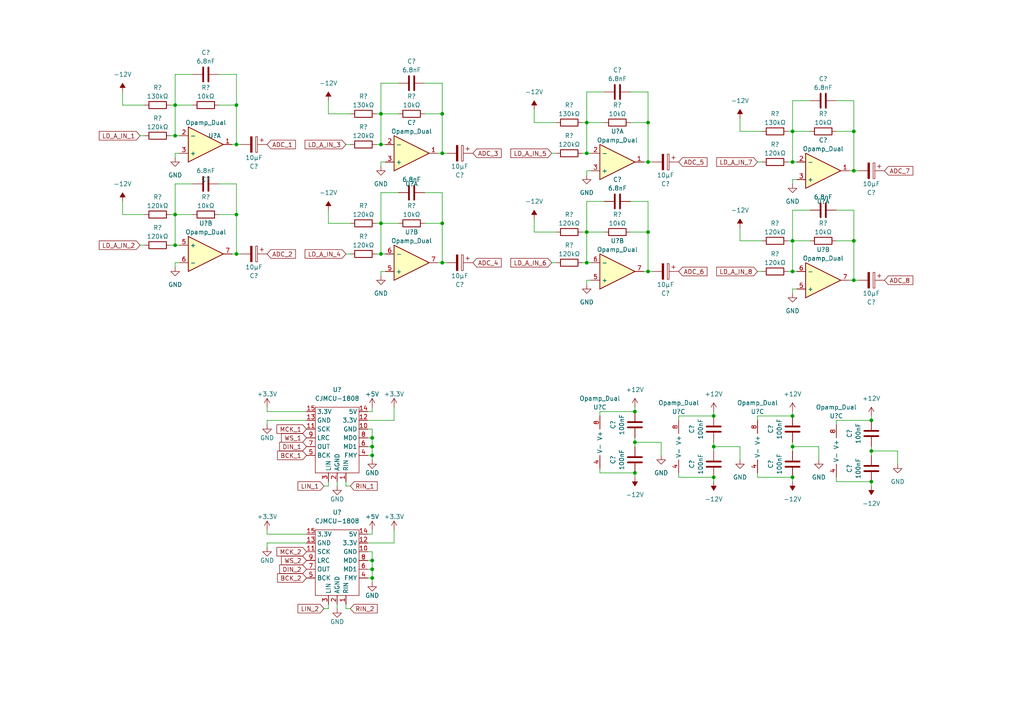
<source format=kicad_sch>
(kicad_sch (version 20211123) (generator eeschema)

  (uuid 3dc89b69-94d5-4767-a349-a37874af1e02)

  (paper "A4")

  (lib_symbols
    (symbol "Audio_Module:CJMCU-1808" (in_bom yes) (on_board yes)
      (property "Reference" "U" (id 0) (at 0 -11.43 0)
        (effects (font (size 1.27 1.27)))
      )
      (property "Value" "CJMCU-1808" (id 1) (at 0 21.59 0)
        (effects (font (size 1.27 1.27)))
      )
      (property "Footprint" "Audio_Module:CJMCU-1808" (id 2) (at 1.27 -13.97 0)
        (effects (font (size 1.27 1.27)) hide)
      )
      (property "Datasheet" "" (id 3) (at 0 10.16 0)
        (effects (font (size 1.27 1.27)) hide)
      )
      (symbol "CJMCU-1808_0_1"
        (rectangle (start -6.35 10.16) (end 6.35 -8.89)
          (stroke (width 0) (type default) (color 0 0 0 0))
          (fill (type none))
        )
      )
      (symbol "CJMCU-1808_1_1"
        (pin input line (at -2.54 12.7 270) (length 2.54)
          (name "RIN" (effects (font (size 1.27 1.27))))
          (number "1" (effects (font (size 1.27 1.27))))
        )
        (pin power_in line (at -8.89 -2.54 0) (length 2.54)
          (name "GND" (effects (font (size 1.27 1.27))))
          (number "10" (effects (font (size 1.27 1.27))))
        )
        (pin input line (at 8.89 -2.54 180) (length 2.54)
          (name "SCK" (effects (font (size 1.27 1.27))))
          (number "11" (effects (font (size 1.27 1.27))))
        )
        (pin power_in line (at -8.89 -5.08 0) (length 2.54)
          (name "3.3V" (effects (font (size 1.27 1.27))))
          (number "12" (effects (font (size 1.27 1.27))))
        )
        (pin power_in line (at 8.89 -5.08 180) (length 2.54)
          (name "GND" (effects (font (size 1.27 1.27))))
          (number "13" (effects (font (size 1.27 1.27))))
        )
        (pin power_in line (at -8.89 -7.62 0) (length 2.54)
          (name "5V" (effects (font (size 1.27 1.27))))
          (number "14" (effects (font (size 1.27 1.27))))
        )
        (pin power_in line (at 8.89 -7.62 180) (length 2.54)
          (name "3.3V" (effects (font (size 1.27 1.27))))
          (number "15" (effects (font (size 1.27 1.27))))
        )
        (pin input line (at 0 12.7 270) (length 2.54)
          (name "AGND" (effects (font (size 1.27 1.27))))
          (number "2" (effects (font (size 1.27 1.27))))
        )
        (pin input line (at 2.54 12.7 270) (length 2.54)
          (name "LIN" (effects (font (size 1.27 1.27))))
          (number "3" (effects (font (size 1.27 1.27))))
        )
        (pin input line (at -8.89 5.08 0) (length 2.54)
          (name "FMY" (effects (font (size 1.27 1.27))))
          (number "4" (effects (font (size 1.27 1.27))))
        )
        (pin input line (at 8.89 5.08 180) (length 2.54)
          (name "BCK" (effects (font (size 1.27 1.27))))
          (number "5" (effects (font (size 1.27 1.27))))
        )
        (pin input line (at -8.89 2.54 0) (length 2.54)
          (name "MD1" (effects (font (size 1.27 1.27))))
          (number "6" (effects (font (size 1.27 1.27))))
        )
        (pin output line (at 8.89 2.54 180) (length 2.54)
          (name "OUT" (effects (font (size 1.27 1.27))))
          (number "7" (effects (font (size 1.27 1.27))))
        )
        (pin input line (at -8.89 0 0) (length 2.54)
          (name "MD0" (effects (font (size 1.27 1.27))))
          (number "8" (effects (font (size 1.27 1.27))))
        )
        (pin input line (at 8.89 0 180) (length 2.54)
          (name "LRC" (effects (font (size 1.27 1.27))))
          (number "9" (effects (font (size 1.27 1.27))))
        )
      )
    )
    (symbol "Device:C" (pin_numbers hide) (pin_names (offset 0.254)) (in_bom yes) (on_board yes)
      (property "Reference" "C" (id 0) (at 0.635 2.54 0)
        (effects (font (size 1.27 1.27)) (justify left))
      )
      (property "Value" "C" (id 1) (at 0.635 -2.54 0)
        (effects (font (size 1.27 1.27)) (justify left))
      )
      (property "Footprint" "" (id 2) (at 0.9652 -3.81 0)
        (effects (font (size 1.27 1.27)) hide)
      )
      (property "Datasheet" "~" (id 3) (at 0 0 0)
        (effects (font (size 1.27 1.27)) hide)
      )
      (property "ki_keywords" "cap capacitor" (id 4) (at 0 0 0)
        (effects (font (size 1.27 1.27)) hide)
      )
      (property "ki_description" "Unpolarized capacitor" (id 5) (at 0 0 0)
        (effects (font (size 1.27 1.27)) hide)
      )
      (property "ki_fp_filters" "C_*" (id 6) (at 0 0 0)
        (effects (font (size 1.27 1.27)) hide)
      )
      (symbol "C_0_1"
        (polyline
          (pts
            (xy -2.032 -0.762)
            (xy 2.032 -0.762)
          )
          (stroke (width 0.508) (type default) (color 0 0 0 0))
          (fill (type none))
        )
        (polyline
          (pts
            (xy -2.032 0.762)
            (xy 2.032 0.762)
          )
          (stroke (width 0.508) (type default) (color 0 0 0 0))
          (fill (type none))
        )
      )
      (symbol "C_1_1"
        (pin passive line (at 0 3.81 270) (length 2.794)
          (name "~" (effects (font (size 1.27 1.27))))
          (number "1" (effects (font (size 1.27 1.27))))
        )
        (pin passive line (at 0 -3.81 90) (length 2.794)
          (name "~" (effects (font (size 1.27 1.27))))
          (number "2" (effects (font (size 1.27 1.27))))
        )
      )
    )
    (symbol "Device:C_Polarized" (pin_numbers hide) (pin_names (offset 0.254)) (in_bom yes) (on_board yes)
      (property "Reference" "C" (id 0) (at 0.635 2.54 0)
        (effects (font (size 1.27 1.27)) (justify left))
      )
      (property "Value" "C_Polarized" (id 1) (at 0.635 -2.54 0)
        (effects (font (size 1.27 1.27)) (justify left))
      )
      (property "Footprint" "" (id 2) (at 0.9652 -3.81 0)
        (effects (font (size 1.27 1.27)) hide)
      )
      (property "Datasheet" "~" (id 3) (at 0 0 0)
        (effects (font (size 1.27 1.27)) hide)
      )
      (property "ki_keywords" "cap capacitor" (id 4) (at 0 0 0)
        (effects (font (size 1.27 1.27)) hide)
      )
      (property "ki_description" "Polarized capacitor" (id 5) (at 0 0 0)
        (effects (font (size 1.27 1.27)) hide)
      )
      (property "ki_fp_filters" "CP_*" (id 6) (at 0 0 0)
        (effects (font (size 1.27 1.27)) hide)
      )
      (symbol "C_Polarized_0_1"
        (rectangle (start -2.286 0.508) (end 2.286 1.016)
          (stroke (width 0) (type default) (color 0 0 0 0))
          (fill (type none))
        )
        (polyline
          (pts
            (xy -1.778 2.286)
            (xy -0.762 2.286)
          )
          (stroke (width 0) (type default) (color 0 0 0 0))
          (fill (type none))
        )
        (polyline
          (pts
            (xy -1.27 2.794)
            (xy -1.27 1.778)
          )
          (stroke (width 0) (type default) (color 0 0 0 0))
          (fill (type none))
        )
        (rectangle (start 2.286 -0.508) (end -2.286 -1.016)
          (stroke (width 0) (type default) (color 0 0 0 0))
          (fill (type outline))
        )
      )
      (symbol "C_Polarized_1_1"
        (pin passive line (at 0 3.81 270) (length 2.794)
          (name "~" (effects (font (size 1.27 1.27))))
          (number "1" (effects (font (size 1.27 1.27))))
        )
        (pin passive line (at 0 -3.81 90) (length 2.794)
          (name "~" (effects (font (size 1.27 1.27))))
          (number "2" (effects (font (size 1.27 1.27))))
        )
      )
    )
    (symbol "Device:Opamp_Dual" (in_bom yes) (on_board yes)
      (property "Reference" "U" (id 0) (at 0 5.08 0)
        (effects (font (size 1.27 1.27)) (justify left))
      )
      (property "Value" "Opamp_Dual" (id 1) (at 0 -5.08 0)
        (effects (font (size 1.27 1.27)) (justify left))
      )
      (property "Footprint" "" (id 2) (at 0 0 0)
        (effects (font (size 1.27 1.27)) hide)
      )
      (property "Datasheet" "~" (id 3) (at 0 0 0)
        (effects (font (size 1.27 1.27)) hide)
      )
      (property "ki_locked" "" (id 4) (at 0 0 0)
        (effects (font (size 1.27 1.27)))
      )
      (property "ki_keywords" "dual opamp" (id 5) (at 0 0 0)
        (effects (font (size 1.27 1.27)) hide)
      )
      (property "ki_description" "Dual operational amplifier" (id 6) (at 0 0 0)
        (effects (font (size 1.27 1.27)) hide)
      )
      (property "ki_fp_filters" "SOIC*3.9x4.9mm*P1.27mm* DIP*W7.62mm* MSOP*3x3mm*P0.65mm* SSOP*2.95x2.8mm*P0.65mm* TSSOP*3x3mm*P0.65mm* VSSOP*P0.5mm* TO?99*" (id 7) (at 0 0 0)
        (effects (font (size 1.27 1.27)) hide)
      )
      (symbol "Opamp_Dual_1_1"
        (polyline
          (pts
            (xy -5.08 5.08)
            (xy 5.08 0)
            (xy -5.08 -5.08)
            (xy -5.08 5.08)
          )
          (stroke (width 0.254) (type default) (color 0 0 0 0))
          (fill (type background))
        )
        (pin output line (at 7.62 0 180) (length 2.54)
          (name "~" (effects (font (size 1.27 1.27))))
          (number "1" (effects (font (size 1.27 1.27))))
        )
        (pin input line (at -7.62 -2.54 0) (length 2.54)
          (name "-" (effects (font (size 1.27 1.27))))
          (number "2" (effects (font (size 1.27 1.27))))
        )
        (pin input line (at -7.62 2.54 0) (length 2.54)
          (name "+" (effects (font (size 1.27 1.27))))
          (number "3" (effects (font (size 1.27 1.27))))
        )
      )
      (symbol "Opamp_Dual_2_1"
        (polyline
          (pts
            (xy -5.08 5.08)
            (xy 5.08 0)
            (xy -5.08 -5.08)
            (xy -5.08 5.08)
          )
          (stroke (width 0.254) (type default) (color 0 0 0 0))
          (fill (type background))
        )
        (pin input line (at -7.62 2.54 0) (length 2.54)
          (name "+" (effects (font (size 1.27 1.27))))
          (number "5" (effects (font (size 1.27 1.27))))
        )
        (pin input line (at -7.62 -2.54 0) (length 2.54)
          (name "-" (effects (font (size 1.27 1.27))))
          (number "6" (effects (font (size 1.27 1.27))))
        )
        (pin output line (at 7.62 0 180) (length 2.54)
          (name "~" (effects (font (size 1.27 1.27))))
          (number "7" (effects (font (size 1.27 1.27))))
        )
      )
      (symbol "Opamp_Dual_3_1"
        (pin power_in line (at -2.54 -7.62 90) (length 3.81)
          (name "V-" (effects (font (size 1.27 1.27))))
          (number "4" (effects (font (size 1.27 1.27))))
        )
        (pin power_in line (at -2.54 7.62 270) (length 3.81)
          (name "V+" (effects (font (size 1.27 1.27))))
          (number "8" (effects (font (size 1.27 1.27))))
        )
      )
    )
    (symbol "Device:R" (pin_numbers hide) (pin_names (offset 0)) (in_bom yes) (on_board yes)
      (property "Reference" "R" (id 0) (at 2.032 0 90)
        (effects (font (size 1.27 1.27)))
      )
      (property "Value" "R" (id 1) (at 0 0 90)
        (effects (font (size 1.27 1.27)))
      )
      (property "Footprint" "" (id 2) (at -1.778 0 90)
        (effects (font (size 1.27 1.27)) hide)
      )
      (property "Datasheet" "~" (id 3) (at 0 0 0)
        (effects (font (size 1.27 1.27)) hide)
      )
      (property "ki_keywords" "R res resistor" (id 4) (at 0 0 0)
        (effects (font (size 1.27 1.27)) hide)
      )
      (property "ki_description" "Resistor" (id 5) (at 0 0 0)
        (effects (font (size 1.27 1.27)) hide)
      )
      (property "ki_fp_filters" "R_*" (id 6) (at 0 0 0)
        (effects (font (size 1.27 1.27)) hide)
      )
      (symbol "R_0_1"
        (rectangle (start -1.016 -2.54) (end 1.016 2.54)
          (stroke (width 0.254) (type default) (color 0 0 0 0))
          (fill (type none))
        )
      )
      (symbol "R_1_1"
        (pin passive line (at 0 3.81 270) (length 1.27)
          (name "~" (effects (font (size 1.27 1.27))))
          (number "1" (effects (font (size 1.27 1.27))))
        )
        (pin passive line (at 0 -3.81 90) (length 1.27)
          (name "~" (effects (font (size 1.27 1.27))))
          (number "2" (effects (font (size 1.27 1.27))))
        )
      )
    )
    (symbol "power:+12V" (power) (pin_names (offset 0)) (in_bom yes) (on_board yes)
      (property "Reference" "#PWR" (id 0) (at 0 -3.81 0)
        (effects (font (size 1.27 1.27)) hide)
      )
      (property "Value" "+12V" (id 1) (at 0 3.556 0)
        (effects (font (size 1.27 1.27)))
      )
      (property "Footprint" "" (id 2) (at 0 0 0)
        (effects (font (size 1.27 1.27)) hide)
      )
      (property "Datasheet" "" (id 3) (at 0 0 0)
        (effects (font (size 1.27 1.27)) hide)
      )
      (property "ki_keywords" "power-flag" (id 4) (at 0 0 0)
        (effects (font (size 1.27 1.27)) hide)
      )
      (property "ki_description" "Power symbol creates a global label with name \"+12V\"" (id 5) (at 0 0 0)
        (effects (font (size 1.27 1.27)) hide)
      )
      (symbol "+12V_0_1"
        (polyline
          (pts
            (xy -0.762 1.27)
            (xy 0 2.54)
          )
          (stroke (width 0) (type default) (color 0 0 0 0))
          (fill (type none))
        )
        (polyline
          (pts
            (xy 0 0)
            (xy 0 2.54)
          )
          (stroke (width 0) (type default) (color 0 0 0 0))
          (fill (type none))
        )
        (polyline
          (pts
            (xy 0 2.54)
            (xy 0.762 1.27)
          )
          (stroke (width 0) (type default) (color 0 0 0 0))
          (fill (type none))
        )
      )
      (symbol "+12V_1_1"
        (pin power_in line (at 0 0 90) (length 0) hide
          (name "+12V" (effects (font (size 1.27 1.27))))
          (number "1" (effects (font (size 1.27 1.27))))
        )
      )
    )
    (symbol "power:+3.3V" (power) (pin_names (offset 0)) (in_bom yes) (on_board yes)
      (property "Reference" "#PWR" (id 0) (at 0 -3.81 0)
        (effects (font (size 1.27 1.27)) hide)
      )
      (property "Value" "+3.3V" (id 1) (at 0 3.556 0)
        (effects (font (size 1.27 1.27)))
      )
      (property "Footprint" "" (id 2) (at 0 0 0)
        (effects (font (size 1.27 1.27)) hide)
      )
      (property "Datasheet" "" (id 3) (at 0 0 0)
        (effects (font (size 1.27 1.27)) hide)
      )
      (property "ki_keywords" "power-flag" (id 4) (at 0 0 0)
        (effects (font (size 1.27 1.27)) hide)
      )
      (property "ki_description" "Power symbol creates a global label with name \"+3.3V\"" (id 5) (at 0 0 0)
        (effects (font (size 1.27 1.27)) hide)
      )
      (symbol "+3.3V_0_1"
        (polyline
          (pts
            (xy -0.762 1.27)
            (xy 0 2.54)
          )
          (stroke (width 0) (type default) (color 0 0 0 0))
          (fill (type none))
        )
        (polyline
          (pts
            (xy 0 0)
            (xy 0 2.54)
          )
          (stroke (width 0) (type default) (color 0 0 0 0))
          (fill (type none))
        )
        (polyline
          (pts
            (xy 0 2.54)
            (xy 0.762 1.27)
          )
          (stroke (width 0) (type default) (color 0 0 0 0))
          (fill (type none))
        )
      )
      (symbol "+3.3V_1_1"
        (pin power_in line (at 0 0 90) (length 0) hide
          (name "+3.3V" (effects (font (size 1.27 1.27))))
          (number "1" (effects (font (size 1.27 1.27))))
        )
      )
    )
    (symbol "power:+5V" (power) (pin_names (offset 0)) (in_bom yes) (on_board yes)
      (property "Reference" "#PWR" (id 0) (at 0 -3.81 0)
        (effects (font (size 1.27 1.27)) hide)
      )
      (property "Value" "+5V" (id 1) (at 0 3.556 0)
        (effects (font (size 1.27 1.27)))
      )
      (property "Footprint" "" (id 2) (at 0 0 0)
        (effects (font (size 1.27 1.27)) hide)
      )
      (property "Datasheet" "" (id 3) (at 0 0 0)
        (effects (font (size 1.27 1.27)) hide)
      )
      (property "ki_keywords" "power-flag" (id 4) (at 0 0 0)
        (effects (font (size 1.27 1.27)) hide)
      )
      (property "ki_description" "Power symbol creates a global label with name \"+5V\"" (id 5) (at 0 0 0)
        (effects (font (size 1.27 1.27)) hide)
      )
      (symbol "+5V_0_1"
        (polyline
          (pts
            (xy -0.762 1.27)
            (xy 0 2.54)
          )
          (stroke (width 0) (type default) (color 0 0 0 0))
          (fill (type none))
        )
        (polyline
          (pts
            (xy 0 0)
            (xy 0 2.54)
          )
          (stroke (width 0) (type default) (color 0 0 0 0))
          (fill (type none))
        )
        (polyline
          (pts
            (xy 0 2.54)
            (xy 0.762 1.27)
          )
          (stroke (width 0) (type default) (color 0 0 0 0))
          (fill (type none))
        )
      )
      (symbol "+5V_1_1"
        (pin power_in line (at 0 0 90) (length 0) hide
          (name "+5V" (effects (font (size 1.27 1.27))))
          (number "1" (effects (font (size 1.27 1.27))))
        )
      )
    )
    (symbol "power:-12V" (power) (pin_names (offset 0)) (in_bom yes) (on_board yes)
      (property "Reference" "#PWR" (id 0) (at 0 2.54 0)
        (effects (font (size 1.27 1.27)) hide)
      )
      (property "Value" "-12V" (id 1) (at 0 3.81 0)
        (effects (font (size 1.27 1.27)))
      )
      (property "Footprint" "" (id 2) (at 0 0 0)
        (effects (font (size 1.27 1.27)) hide)
      )
      (property "Datasheet" "" (id 3) (at 0 0 0)
        (effects (font (size 1.27 1.27)) hide)
      )
      (property "ki_keywords" "power-flag" (id 4) (at 0 0 0)
        (effects (font (size 1.27 1.27)) hide)
      )
      (property "ki_description" "Power symbol creates a global label with name \"-12V\"" (id 5) (at 0 0 0)
        (effects (font (size 1.27 1.27)) hide)
      )
      (symbol "-12V_0_0"
        (pin power_in line (at 0 0 90) (length 0) hide
          (name "-12V" (effects (font (size 1.27 1.27))))
          (number "1" (effects (font (size 1.27 1.27))))
        )
      )
      (symbol "-12V_0_1"
        (polyline
          (pts
            (xy 0 0)
            (xy 0 1.27)
            (xy 0.762 1.27)
            (xy 0 2.54)
            (xy -0.762 1.27)
            (xy 0 1.27)
          )
          (stroke (width 0) (type default) (color 0 0 0 0))
          (fill (type outline))
        )
      )
    )
    (symbol "power:GND" (power) (pin_names (offset 0)) (in_bom yes) (on_board yes)
      (property "Reference" "#PWR" (id 0) (at 0 -6.35 0)
        (effects (font (size 1.27 1.27)) hide)
      )
      (property "Value" "GND" (id 1) (at 0 -3.81 0)
        (effects (font (size 1.27 1.27)))
      )
      (property "Footprint" "" (id 2) (at 0 0 0)
        (effects (font (size 1.27 1.27)) hide)
      )
      (property "Datasheet" "" (id 3) (at 0 0 0)
        (effects (font (size 1.27 1.27)) hide)
      )
      (property "ki_keywords" "power-flag" (id 4) (at 0 0 0)
        (effects (font (size 1.27 1.27)) hide)
      )
      (property "ki_description" "Power symbol creates a global label with name \"GND\" , ground" (id 5) (at 0 0 0)
        (effects (font (size 1.27 1.27)) hide)
      )
      (symbol "GND_0_1"
        (polyline
          (pts
            (xy 0 0)
            (xy 0 -1.27)
            (xy 1.27 -1.27)
            (xy 0 -2.54)
            (xy -1.27 -1.27)
            (xy 0 -1.27)
          )
          (stroke (width 0) (type default) (color 0 0 0 0))
          (fill (type none))
        )
      )
      (symbol "GND_1_1"
        (pin power_in line (at 0 0 270) (length 0) hide
          (name "GND" (effects (font (size 1.27 1.27))))
          (number "1" (effects (font (size 1.27 1.27))))
        )
      )
    )
  )

  (junction (at 247.65 81.28) (diameter 0) (color 0 0 0 0)
    (uuid 0d0f07c6-1002-479f-b942-96b9922efdba)
  )
  (junction (at 107.95 127) (diameter 0) (color 0 0 0 0)
    (uuid 136a3c8a-12bd-454e-bcef-1a18d963c673)
  )
  (junction (at 229.87 69.85) (diameter 0) (color 0 0 0 0)
    (uuid 14c40271-5810-44e1-86fe-db8b74ebd5c4)
  )
  (junction (at 110.49 33.02) (diameter 0) (color 0 0 0 0)
    (uuid 16d1de53-2998-4daa-b3e6-adf3255248cb)
  )
  (junction (at 170.18 44.45) (diameter 0) (color 0 0 0 0)
    (uuid 23317f78-fafe-412e-9ea2-e5d68a6386cb)
  )
  (junction (at 229.87 129.54) (diameter 0) (color 0 0 0 0)
    (uuid 2d6cc791-75ec-4078-9c87-87b04bd52fb5)
  )
  (junction (at 207.01 120.65) (diameter 0) (color 0 0 0 0)
    (uuid 2f32ec48-11e5-4dfa-9ad7-371c485fe23c)
  )
  (junction (at 107.95 162.56) (diameter 0) (color 0 0 0 0)
    (uuid 37611241-e391-4e9d-9c5a-695f053f0abd)
  )
  (junction (at 128.27 76.2) (diameter 0) (color 0 0 0 0)
    (uuid 3d889602-b83a-40fc-a545-1bf585a25ad4)
  )
  (junction (at 207.01 138.43) (diameter 0) (color 0 0 0 0)
    (uuid 4258858e-8df1-450b-8da4-1fb6056243e5)
  )
  (junction (at 187.96 35.56) (diameter 0) (color 0 0 0 0)
    (uuid 4bbfe930-272e-4b1f-8f88-ef38df7eba43)
  )
  (junction (at 68.58 41.91) (diameter 0) (color 0 0 0 0)
    (uuid 54ac4155-8c3f-4f84-88a6-5e00bd4d3441)
  )
  (junction (at 184.15 119.38) (diameter 0) (color 0 0 0 0)
    (uuid 57d9461b-2658-45b8-b1a5-b9d7d807bf25)
  )
  (junction (at 187.96 46.99) (diameter 0) (color 0 0 0 0)
    (uuid 58897b04-1ab6-4ea5-bdb0-6277a4ae32b5)
  )
  (junction (at 170.18 67.31) (diameter 0) (color 0 0 0 0)
    (uuid 5c510c46-39fc-451e-ba42-5406a9ea5e85)
  )
  (junction (at 229.87 138.43) (diameter 0) (color 0 0 0 0)
    (uuid 5ebf6a94-0bb1-4535-81b4-a40160f56504)
  )
  (junction (at 107.95 167.64) (diameter 0) (color 0 0 0 0)
    (uuid 61cc582f-ead1-43f9-b780-8e5f422d20b9)
  )
  (junction (at 184.15 137.16) (diameter 0) (color 0 0 0 0)
    (uuid 7208d5d6-3a94-4438-a017-aedda7ea5373)
  )
  (junction (at 184.15 128.27) (diameter 0) (color 0 0 0 0)
    (uuid 7704f165-8bee-4127-91e6-318dde05f47b)
  )
  (junction (at 128.27 33.02) (diameter 0) (color 0 0 0 0)
    (uuid 7e5f8d22-1425-4242-b51b-4160614b422c)
  )
  (junction (at 110.49 73.66) (diameter 0) (color 0 0 0 0)
    (uuid 80d9bb67-64fd-4478-b941-be4ce95381ba)
  )
  (junction (at 252.73 121.92) (diameter 0) (color 0 0 0 0)
    (uuid 823ed500-f460-4956-9cc9-be667328abb3)
  )
  (junction (at 107.95 129.54) (diameter 0) (color 0 0 0 0)
    (uuid 8bf9aecd-4c3c-4ce0-bad3-5b2435f87f62)
  )
  (junction (at 68.58 73.66) (diameter 0) (color 0 0 0 0)
    (uuid 8fdce893-c012-4e25-8869-22ba1ba765e0)
  )
  (junction (at 247.65 38.1) (diameter 0) (color 0 0 0 0)
    (uuid 90e4bd24-073a-42e4-a109-6ce966146ea0)
  )
  (junction (at 50.8 30.48) (diameter 0) (color 0 0 0 0)
    (uuid 955fa98c-60b1-4106-8305-944a69198bc6)
  )
  (junction (at 107.95 132.08) (diameter 0) (color 0 0 0 0)
    (uuid 9f3b7c17-2345-4294-be57-a2f7af4ad754)
  )
  (junction (at 50.8 39.37) (diameter 0) (color 0 0 0 0)
    (uuid a06674b7-049b-4455-bba0-b246a5f95585)
  )
  (junction (at 128.27 44.45) (diameter 0) (color 0 0 0 0)
    (uuid a5793e94-a5a0-4c87-8791-509bb9412bbf)
  )
  (junction (at 128.27 64.77) (diameter 0) (color 0 0 0 0)
    (uuid a5d6f471-fb09-45c9-b7cc-ef5b213104c6)
  )
  (junction (at 252.73 139.7) (diameter 0) (color 0 0 0 0)
    (uuid a782725a-72f4-483b-82b4-3b2de144c37f)
  )
  (junction (at 50.8 71.12) (diameter 0) (color 0 0 0 0)
    (uuid aa9d62f8-a6ad-46da-9ad9-266cf34c3581)
  )
  (junction (at 170.18 35.56) (diameter 0) (color 0 0 0 0)
    (uuid ad441fb7-00e1-4fd4-8e97-fc03af8fa417)
  )
  (junction (at 229.87 38.1) (diameter 0) (color 0 0 0 0)
    (uuid ae9b085a-27f9-4389-883a-18c232662874)
  )
  (junction (at 229.87 46.99) (diameter 0) (color 0 0 0 0)
    (uuid b5bb6ffc-0f13-42c2-8486-5f0de384b538)
  )
  (junction (at 68.58 30.48) (diameter 0) (color 0 0 0 0)
    (uuid b7dcfbaa-45ec-4ed0-b843-736a5cabf832)
  )
  (junction (at 247.65 49.53) (diameter 0) (color 0 0 0 0)
    (uuid b8fcaa12-9b96-4c89-b456-a9111644c80f)
  )
  (junction (at 247.65 69.85) (diameter 0) (color 0 0 0 0)
    (uuid bc12db74-e4c8-46a5-9011-4770853ad470)
  )
  (junction (at 110.49 64.77) (diameter 0) (color 0 0 0 0)
    (uuid c36751b0-de53-4fff-b012-ecc44ac8e155)
  )
  (junction (at 252.73 130.81) (diameter 0) (color 0 0 0 0)
    (uuid c41bdc2f-eaf5-43ec-8589-9ebea7bb1757)
  )
  (junction (at 170.18 76.2) (diameter 0) (color 0 0 0 0)
    (uuid ccb907b5-c314-4393-9425-6426edfdba08)
  )
  (junction (at 229.87 78.74) (diameter 0) (color 0 0 0 0)
    (uuid cd552640-642d-459a-bddf-9f81f8d14cda)
  )
  (junction (at 207.01 129.54) (diameter 0) (color 0 0 0 0)
    (uuid d8ff1ad5-3c2b-4fdf-813f-b0f5def099cd)
  )
  (junction (at 50.8 62.23) (diameter 0) (color 0 0 0 0)
    (uuid d9879d48-c34c-4861-a576-77755b60efb0)
  )
  (junction (at 187.96 78.74) (diameter 0) (color 0 0 0 0)
    (uuid e1ee9a2d-9bb9-464c-955d-f8e8d40e616b)
  )
  (junction (at 187.96 67.31) (diameter 0) (color 0 0 0 0)
    (uuid ea5b173a-a0c8-4405-b568-bc19e07d04f6)
  )
  (junction (at 68.58 62.23) (diameter 0) (color 0 0 0 0)
    (uuid f1c3333e-6a1a-49eb-808e-a162a01deabd)
  )
  (junction (at 107.95 165.1) (diameter 0) (color 0 0 0 0)
    (uuid f4b958c4-ff71-4901-a87e-efd683f50290)
  )
  (junction (at 110.49 41.91) (diameter 0) (color 0 0 0 0)
    (uuid f51f6a3d-43a8-48fa-bbf0-9ba3a272df84)
  )
  (junction (at 229.87 120.65) (diameter 0) (color 0 0 0 0)
    (uuid f546fe55-9d53-4e12-ab3d-28af2298a069)
  )

  (wire (pts (xy 170.18 44.45) (xy 170.18 35.56))
    (stroke (width 0) (type default) (color 0 0 0 0))
    (uuid 0090d6a6-f1a4-44d2-9bfc-ba6f68e0aba9)
  )
  (wire (pts (xy 242.57 69.85) (xy 247.65 69.85))
    (stroke (width 0) (type default) (color 0 0 0 0))
    (uuid 022f7f4e-78ef-4880-a196-d393b8be0e80)
  )
  (wire (pts (xy 229.87 38.1) (xy 229.87 29.21))
    (stroke (width 0) (type default) (color 0 0 0 0))
    (uuid 0255810b-0217-4452-9f9d-c625bbef5aba)
  )
  (wire (pts (xy 100.33 73.66) (xy 101.6 73.66))
    (stroke (width 0) (type default) (color 0 0 0 0))
    (uuid 03856111-8970-4ec8-9f1c-1d33c99d846c)
  )
  (wire (pts (xy 109.22 73.66) (xy 110.49 73.66))
    (stroke (width 0) (type default) (color 0 0 0 0))
    (uuid 03d9d969-7957-4658-90cf-34d89cda7e9a)
  )
  (wire (pts (xy 184.15 128.27) (xy 184.15 129.54))
    (stroke (width 0) (type default) (color 0 0 0 0))
    (uuid 0624d196-9baa-46f3-a7d8-c5675a0c5377)
  )
  (wire (pts (xy 182.88 26.67) (xy 187.96 26.67))
    (stroke (width 0) (type default) (color 0 0 0 0))
    (uuid 06bfa741-6452-492a-b4cb-536918a81e4b)
  )
  (wire (pts (xy 35.56 62.23) (xy 35.56 58.42))
    (stroke (width 0) (type default) (color 0 0 0 0))
    (uuid 09848f85-acf9-4227-9146-5281c1621c48)
  )
  (wire (pts (xy 229.87 46.99) (xy 231.14 46.99))
    (stroke (width 0) (type default) (color 0 0 0 0))
    (uuid 0a5aa762-2717-44f2-bf65-6256e0d0b43e)
  )
  (wire (pts (xy 95.25 175.26) (xy 95.25 176.53))
    (stroke (width 0) (type default) (color 0 0 0 0))
    (uuid 0b9e1e61-5b0b-4770-bfea-b744109b079d)
  )
  (wire (pts (xy 187.96 26.67) (xy 187.96 35.56))
    (stroke (width 0) (type default) (color 0 0 0 0))
    (uuid 0c2e1f77-9dcc-477a-8853-343fcb125f5e)
  )
  (wire (pts (xy 107.95 129.54) (xy 107.95 132.08))
    (stroke (width 0) (type default) (color 0 0 0 0))
    (uuid 0c616bf5-ad68-44f5-8c18-13637522062a)
  )
  (wire (pts (xy 40.64 71.12) (xy 41.91 71.12))
    (stroke (width 0) (type default) (color 0 0 0 0))
    (uuid 121ac8f5-a247-48e9-9a8d-f4dc515f007a)
  )
  (wire (pts (xy 247.65 38.1) (xy 247.65 49.53))
    (stroke (width 0) (type default) (color 0 0 0 0))
    (uuid 13d6716c-f48f-42ef-bf74-3193946d4ff9)
  )
  (wire (pts (xy 229.87 29.21) (xy 234.95 29.21))
    (stroke (width 0) (type default) (color 0 0 0 0))
    (uuid 15a445a1-d044-4db2-bbf9-85a536bcbe05)
  )
  (wire (pts (xy 97.79 139.7) (xy 97.79 140.97))
    (stroke (width 0) (type default) (color 0 0 0 0))
    (uuid 16e8b3ee-1ad9-4d1c-9e79-af323efafe66)
  )
  (wire (pts (xy 110.49 33.02) (xy 110.49 24.13))
    (stroke (width 0) (type default) (color 0 0 0 0))
    (uuid 17e5f12c-d00d-4f18-9f13-4efe82f9f411)
  )
  (wire (pts (xy 170.18 50.8) (xy 170.18 49.53))
    (stroke (width 0) (type default) (color 0 0 0 0))
    (uuid 18517215-4cb8-40f0-991d-2fd0598eb346)
  )
  (wire (pts (xy 101.6 33.02) (xy 95.25 33.02))
    (stroke (width 0) (type default) (color 0 0 0 0))
    (uuid 189a5a9f-9367-4037-b575-7d21916d9ff7)
  )
  (wire (pts (xy 160.02 76.2) (xy 161.29 76.2))
    (stroke (width 0) (type default) (color 0 0 0 0))
    (uuid 1953f33d-81cd-4888-8255-407cef5f8232)
  )
  (wire (pts (xy 229.87 78.74) (xy 231.14 78.74))
    (stroke (width 0) (type default) (color 0 0 0 0))
    (uuid 197efefd-f23b-4f09-9613-f47afc4e5856)
  )
  (wire (pts (xy 50.8 30.48) (xy 55.88 30.48))
    (stroke (width 0) (type default) (color 0 0 0 0))
    (uuid 1b71c49b-1050-4b78-b79e-3c62117a85f8)
  )
  (wire (pts (xy 170.18 35.56) (xy 170.18 26.67))
    (stroke (width 0) (type default) (color 0 0 0 0))
    (uuid 1ba459d9-bce9-4b0b-8624-1bd5f9597ce3)
  )
  (wire (pts (xy 63.5 21.59) (xy 68.58 21.59))
    (stroke (width 0) (type default) (color 0 0 0 0))
    (uuid 1d066b2c-e1eb-49bc-8fcc-3d296118a88f)
  )
  (wire (pts (xy 229.87 129.54) (xy 229.87 130.81))
    (stroke (width 0) (type default) (color 0 0 0 0))
    (uuid 1ecfac8e-2b67-4933-a5f9-857ae7da7688)
  )
  (wire (pts (xy 196.85 120.65) (xy 196.85 121.92))
    (stroke (width 0) (type default) (color 0 0 0 0))
    (uuid 20fb9aa0-ef4b-4586-b1ec-62ae369f4fb2)
  )
  (wire (pts (xy 219.71 138.43) (xy 229.87 138.43))
    (stroke (width 0) (type default) (color 0 0 0 0))
    (uuid 219a9a69-8335-4db9-ac77-36cf917164e1)
  )
  (wire (pts (xy 252.73 120.65) (xy 252.73 121.92))
    (stroke (width 0) (type default) (color 0 0 0 0))
    (uuid 237cd65d-d957-4325-b188-8efe44bd2e3b)
  )
  (wire (pts (xy 229.87 85.09) (xy 229.87 83.82))
    (stroke (width 0) (type default) (color 0 0 0 0))
    (uuid 23b213ba-69bd-4dd3-8580-baaa8f23ba8b)
  )
  (wire (pts (xy 242.57 121.92) (xy 242.57 123.19))
    (stroke (width 0) (type default) (color 0 0 0 0))
    (uuid 2408eca2-c561-43b7-b200-fdd4896edf3f)
  )
  (wire (pts (xy 107.95 162.56) (xy 107.95 165.1))
    (stroke (width 0) (type default) (color 0 0 0 0))
    (uuid 257535d9-ef6b-49e8-aa7d-785c2c0019f9)
  )
  (wire (pts (xy 220.98 69.85) (xy 214.63 69.85))
    (stroke (width 0) (type default) (color 0 0 0 0))
    (uuid 266ad428-651f-4786-911e-7be273d64c3c)
  )
  (wire (pts (xy 123.19 64.77) (xy 128.27 64.77))
    (stroke (width 0) (type default) (color 0 0 0 0))
    (uuid 273c6635-953b-4a47-a098-fee22473bda9)
  )
  (wire (pts (xy 214.63 129.54) (xy 207.01 129.54))
    (stroke (width 0) (type default) (color 0 0 0 0))
    (uuid 2896b097-5ffc-4270-b45d-9be0d2b9be59)
  )
  (wire (pts (xy 170.18 58.42) (xy 175.26 58.42))
    (stroke (width 0) (type default) (color 0 0 0 0))
    (uuid 29cbcebe-a323-49e0-b279-df02527ca3b7)
  )
  (wire (pts (xy 128.27 33.02) (xy 128.27 44.45))
    (stroke (width 0) (type default) (color 0 0 0 0))
    (uuid 29d8ec79-07df-438f-bbc0-8dac2e2bb12a)
  )
  (wire (pts (xy 170.18 35.56) (xy 175.26 35.56))
    (stroke (width 0) (type default) (color 0 0 0 0))
    (uuid 29f95475-e049-4203-ac8a-f0e8e60db5a8)
  )
  (wire (pts (xy 237.49 133.35) (xy 237.49 129.54))
    (stroke (width 0) (type default) (color 0 0 0 0))
    (uuid 2c340b8f-2409-4dfd-b9d7-b63b991acaec)
  )
  (wire (pts (xy 106.68 124.46) (xy 107.95 124.46))
    (stroke (width 0) (type default) (color 0 0 0 0))
    (uuid 2d8116a3-2816-432f-81a7-9bdbe2f0c13d)
  )
  (wire (pts (xy 187.96 78.74) (xy 189.23 78.74))
    (stroke (width 0) (type default) (color 0 0 0 0))
    (uuid 2e0dc94f-9125-45e6-8be1-6a9fc83e0c87)
  )
  (wire (pts (xy 50.8 45.72) (xy 50.8 44.45))
    (stroke (width 0) (type default) (color 0 0 0 0))
    (uuid 2e34e2ba-db5f-466e-b4c3-540f8d07b847)
  )
  (wire (pts (xy 184.15 127) (xy 184.15 128.27))
    (stroke (width 0) (type default) (color 0 0 0 0))
    (uuid 2eae21e1-1c37-406d-8005-bcddb42323ed)
  )
  (wire (pts (xy 229.87 46.99) (xy 229.87 38.1))
    (stroke (width 0) (type default) (color 0 0 0 0))
    (uuid 32e01910-5de3-4ceb-b970-73b3cf4ec2fb)
  )
  (wire (pts (xy 110.49 41.91) (xy 110.49 33.02))
    (stroke (width 0) (type default) (color 0 0 0 0))
    (uuid 3338d812-36ff-4484-a20d-f54f993a25d0)
  )
  (wire (pts (xy 68.58 41.91) (xy 67.31 41.91))
    (stroke (width 0) (type default) (color 0 0 0 0))
    (uuid 34d56cb5-5075-434f-9952-c3716bca0ed8)
  )
  (wire (pts (xy 49.53 71.12) (xy 50.8 71.12))
    (stroke (width 0) (type default) (color 0 0 0 0))
    (uuid 380b7aac-724f-4a3d-a467-715aa3de6e1b)
  )
  (wire (pts (xy 252.73 130.81) (xy 252.73 132.08))
    (stroke (width 0) (type default) (color 0 0 0 0))
    (uuid 387a3648-adc6-4d6b-9cc3-ece29aaadf5e)
  )
  (wire (pts (xy 247.65 29.21) (xy 247.65 38.1))
    (stroke (width 0) (type default) (color 0 0 0 0))
    (uuid 38fa3813-9c9e-433c-b27f-c73c2816c34c)
  )
  (wire (pts (xy 110.49 55.88) (xy 115.57 55.88))
    (stroke (width 0) (type default) (color 0 0 0 0))
    (uuid 3964a9d7-2ace-483f-878f-b56507bbe9eb)
  )
  (wire (pts (xy 214.63 133.35) (xy 214.63 129.54))
    (stroke (width 0) (type default) (color 0 0 0 0))
    (uuid 39cd08d4-9265-46ee-816e-6c42d2d5a018)
  )
  (wire (pts (xy 77.47 123.19) (xy 77.47 121.92))
    (stroke (width 0) (type default) (color 0 0 0 0))
    (uuid 3b5a749d-a2ef-4f24-b27f-c287e3932212)
  )
  (wire (pts (xy 187.96 46.99) (xy 189.23 46.99))
    (stroke (width 0) (type default) (color 0 0 0 0))
    (uuid 3c76306e-d808-4ff1-82ba-346ffde06349)
  )
  (wire (pts (xy 50.8 76.2) (xy 52.07 76.2))
    (stroke (width 0) (type default) (color 0 0 0 0))
    (uuid 3e4cda1e-4ba3-4269-b553-1c17dcd75b07)
  )
  (wire (pts (xy 123.19 33.02) (xy 128.27 33.02))
    (stroke (width 0) (type default) (color 0 0 0 0))
    (uuid 40a8407d-9372-4d9f-9342-a03eada43924)
  )
  (wire (pts (xy 260.35 130.81) (xy 252.73 130.81))
    (stroke (width 0) (type default) (color 0 0 0 0))
    (uuid 40da0594-4904-4a84-8073-8e77ff9c2996)
  )
  (wire (pts (xy 106.68 132.08) (xy 107.95 132.08))
    (stroke (width 0) (type default) (color 0 0 0 0))
    (uuid 41d87cde-5eb3-4314-8d62-546ce878fe24)
  )
  (wire (pts (xy 252.73 139.7) (xy 252.73 140.97))
    (stroke (width 0) (type default) (color 0 0 0 0))
    (uuid 428b56a6-714c-4860-88f5-197ff09f2c9f)
  )
  (wire (pts (xy 154.94 67.31) (xy 154.94 63.5))
    (stroke (width 0) (type default) (color 0 0 0 0))
    (uuid 429cd588-6cc3-472f-a120-cd4c265decfc)
  )
  (wire (pts (xy 187.96 67.31) (xy 187.96 78.74))
    (stroke (width 0) (type default) (color 0 0 0 0))
    (uuid 4568186f-7767-45e3-925c-93e8f954a533)
  )
  (wire (pts (xy 110.49 41.91) (xy 111.76 41.91))
    (stroke (width 0) (type default) (color 0 0 0 0))
    (uuid 4670c718-df8d-4630-b05e-985656e4d33f)
  )
  (wire (pts (xy 170.18 76.2) (xy 170.18 67.31))
    (stroke (width 0) (type default) (color 0 0 0 0))
    (uuid 48e9093c-e723-47de-aa94-6271d6b8d6e6)
  )
  (wire (pts (xy 228.6 69.85) (xy 229.87 69.85))
    (stroke (width 0) (type default) (color 0 0 0 0))
    (uuid 4955c82b-2981-46a9-a210-e898359755ef)
  )
  (wire (pts (xy 252.73 129.54) (xy 252.73 130.81))
    (stroke (width 0) (type default) (color 0 0 0 0))
    (uuid 4f597479-61bb-47d4-85a5-c1455bfcf932)
  )
  (wire (pts (xy 154.94 35.56) (xy 154.94 31.75))
    (stroke (width 0) (type default) (color 0 0 0 0))
    (uuid 4fa3a8f7-e0fc-4083-9bff-0459dc1a7dec)
  )
  (wire (pts (xy 184.15 118.11) (xy 184.15 119.38))
    (stroke (width 0) (type default) (color 0 0 0 0))
    (uuid 50caf79f-a2b1-46ed-a25d-a4ac9c48f522)
  )
  (wire (pts (xy 63.5 53.34) (xy 68.58 53.34))
    (stroke (width 0) (type default) (color 0 0 0 0))
    (uuid 511dc725-b9dc-4de3-baf1-37e11d34abd5)
  )
  (wire (pts (xy 68.58 41.91) (xy 69.85 41.91))
    (stroke (width 0) (type default) (color 0 0 0 0))
    (uuid 51f1d2aa-23c9-46f7-81bc-245035ac1d08)
  )
  (wire (pts (xy 187.96 35.56) (xy 187.96 46.99))
    (stroke (width 0) (type default) (color 0 0 0 0))
    (uuid 52a75cbc-67c4-4ef8-b2de-051761733b5b)
  )
  (wire (pts (xy 110.49 64.77) (xy 110.49 55.88))
    (stroke (width 0) (type default) (color 0 0 0 0))
    (uuid 537bbd6f-4b7f-414c-bd92-82669a964dd9)
  )
  (wire (pts (xy 110.49 24.13) (xy 115.57 24.13))
    (stroke (width 0) (type default) (color 0 0 0 0))
    (uuid 53e9a8d1-62f0-4194-8851-fff37c078f77)
  )
  (wire (pts (xy 110.49 46.99) (xy 111.76 46.99))
    (stroke (width 0) (type default) (color 0 0 0 0))
    (uuid 558962fc-ce4e-4119-a567-3990aa78d70f)
  )
  (wire (pts (xy 101.6 176.53) (xy 100.33 176.53))
    (stroke (width 0) (type default) (color 0 0 0 0))
    (uuid 55a8a923-627e-458f-a87c-18e08e1ea69b)
  )
  (wire (pts (xy 110.49 73.66) (xy 110.49 64.77))
    (stroke (width 0) (type default) (color 0 0 0 0))
    (uuid 5681f146-06b7-4789-ba6d-e35c3e566a85)
  )
  (wire (pts (xy 229.87 119.38) (xy 229.87 120.65))
    (stroke (width 0) (type default) (color 0 0 0 0))
    (uuid 573ba6fa-18d4-4ffa-8474-366633dbceea)
  )
  (wire (pts (xy 128.27 64.77) (xy 128.27 76.2))
    (stroke (width 0) (type default) (color 0 0 0 0))
    (uuid 5885d8b6-98b7-427f-ad71-6d4e37719110)
  )
  (wire (pts (xy 242.57 38.1) (xy 247.65 38.1))
    (stroke (width 0) (type default) (color 0 0 0 0))
    (uuid 5a7d1ad2-3064-4a22-b709-4662a2e11ddd)
  )
  (wire (pts (xy 161.29 67.31) (xy 154.94 67.31))
    (stroke (width 0) (type default) (color 0 0 0 0))
    (uuid 5e689730-513b-4a87-aebf-afc861fdbeb5)
  )
  (wire (pts (xy 77.47 121.92) (xy 88.9 121.92))
    (stroke (width 0) (type default) (color 0 0 0 0))
    (uuid 5eec376c-cf29-4371-ab02-d9735d3a4409)
  )
  (wire (pts (xy 170.18 67.31) (xy 175.26 67.31))
    (stroke (width 0) (type default) (color 0 0 0 0))
    (uuid 5f43d259-680a-4714-bf12-12f13170fecc)
  )
  (wire (pts (xy 101.6 140.97) (xy 100.33 140.97))
    (stroke (width 0) (type default) (color 0 0 0 0))
    (uuid 60b6751f-ef91-4291-8422-a7d218cd7359)
  )
  (wire (pts (xy 106.68 162.56) (xy 107.95 162.56))
    (stroke (width 0) (type default) (color 0 0 0 0))
    (uuid 62983cd3-b906-4167-ad4f-a7a5d8a23a4e)
  )
  (wire (pts (xy 50.8 39.37) (xy 50.8 30.48))
    (stroke (width 0) (type default) (color 0 0 0 0))
    (uuid 646322b6-b429-4b9a-a3be-ec58776c86b9)
  )
  (wire (pts (xy 128.27 76.2) (xy 127 76.2))
    (stroke (width 0) (type default) (color 0 0 0 0))
    (uuid 6496d3e2-6743-4d43-b6cf-29a35f9b4d6f)
  )
  (wire (pts (xy 95.25 64.77) (xy 95.25 60.96))
    (stroke (width 0) (type default) (color 0 0 0 0))
    (uuid 654fd2d6-155f-43de-b85a-f71bda4dce0c)
  )
  (wire (pts (xy 229.87 38.1) (xy 234.95 38.1))
    (stroke (width 0) (type default) (color 0 0 0 0))
    (uuid 65b8a111-ff22-40a8-b447-9792194e4133)
  )
  (wire (pts (xy 128.27 24.13) (xy 128.27 33.02))
    (stroke (width 0) (type default) (color 0 0 0 0))
    (uuid 65b8bcea-09c8-4d3b-b45e-5944afe5af84)
  )
  (wire (pts (xy 109.22 33.02) (xy 110.49 33.02))
    (stroke (width 0) (type default) (color 0 0 0 0))
    (uuid 66b66f56-5a24-4830-b42e-c812be47893c)
  )
  (wire (pts (xy 68.58 73.66) (xy 69.85 73.66))
    (stroke (width 0) (type default) (color 0 0 0 0))
    (uuid 68c85d29-cef0-4bbe-a044-494e57236cb9)
  )
  (wire (pts (xy 170.18 44.45) (xy 171.45 44.45))
    (stroke (width 0) (type default) (color 0 0 0 0))
    (uuid 6a1ef460-8f81-46f7-8ccd-561f9684ccc3)
  )
  (wire (pts (xy 260.35 134.62) (xy 260.35 130.81))
    (stroke (width 0) (type default) (color 0 0 0 0))
    (uuid 6aff9ba0-a0aa-4159-970d-67c72df1d2f9)
  )
  (wire (pts (xy 107.95 119.38) (xy 107.95 118.11))
    (stroke (width 0) (type default) (color 0 0 0 0))
    (uuid 6c2efd4e-1b75-4352-b5f2-10e1e794faf4)
  )
  (wire (pts (xy 107.95 165.1) (xy 107.95 167.64))
    (stroke (width 0) (type default) (color 0 0 0 0))
    (uuid 6c648f0e-90c0-4485-a15a-f8c0ec3ac203)
  )
  (wire (pts (xy 107.95 127) (xy 107.95 129.54))
    (stroke (width 0) (type default) (color 0 0 0 0))
    (uuid 6df741ca-89f3-4bce-83e5-9e92b376e349)
  )
  (wire (pts (xy 68.58 21.59) (xy 68.58 30.48))
    (stroke (width 0) (type default) (color 0 0 0 0))
    (uuid 6e35e770-794c-43d8-a0f8-10b0d5fcb887)
  )
  (wire (pts (xy 95.25 140.97) (xy 95.25 139.7))
    (stroke (width 0) (type default) (color 0 0 0 0))
    (uuid 6f434c29-cda7-40c9-88c9-4ce31cd6af54)
  )
  (wire (pts (xy 247.65 49.53) (xy 248.92 49.53))
    (stroke (width 0) (type default) (color 0 0 0 0))
    (uuid 6f7c8d57-13fa-48cf-bd15-54a61a56cb0e)
  )
  (wire (pts (xy 77.47 153.67) (xy 77.47 154.94))
    (stroke (width 0) (type default) (color 0 0 0 0))
    (uuid 706e2a69-0de6-4788-8d31-dc20ccfa6ffe)
  )
  (wire (pts (xy 207.01 138.43) (xy 207.01 139.7))
    (stroke (width 0) (type default) (color 0 0 0 0))
    (uuid 70ddef0f-749a-47e8-b66e-b1ad5eeafa37)
  )
  (wire (pts (xy 40.64 39.37) (xy 41.91 39.37))
    (stroke (width 0) (type default) (color 0 0 0 0))
    (uuid 713f0b86-57fa-411a-97cf-0857e0b53cd3)
  )
  (wire (pts (xy 187.96 78.74) (xy 186.69 78.74))
    (stroke (width 0) (type default) (color 0 0 0 0))
    (uuid 71707799-a45d-4fd9-b3fd-74b9cc9c354d)
  )
  (wire (pts (xy 219.71 137.16) (xy 219.71 138.43))
    (stroke (width 0) (type default) (color 0 0 0 0))
    (uuid 726e00ca-b144-43e3-b267-ec8219b98f02)
  )
  (wire (pts (xy 100.33 41.91) (xy 101.6 41.91))
    (stroke (width 0) (type default) (color 0 0 0 0))
    (uuid 727b0220-ba5d-4c9b-9631-859b2e778681)
  )
  (wire (pts (xy 68.58 30.48) (xy 68.58 41.91))
    (stroke (width 0) (type default) (color 0 0 0 0))
    (uuid 72fa7d02-a3c0-43b2-9494-b3356d1030b7)
  )
  (wire (pts (xy 49.53 62.23) (xy 50.8 62.23))
    (stroke (width 0) (type default) (color 0 0 0 0))
    (uuid 74bd8306-db7a-409a-b7a1-9e6a689c4445)
  )
  (wire (pts (xy 68.58 53.34) (xy 68.58 62.23))
    (stroke (width 0) (type default) (color 0 0 0 0))
    (uuid 75603780-5bd9-428b-adad-e9e501845e89)
  )
  (wire (pts (xy 110.49 33.02) (xy 115.57 33.02))
    (stroke (width 0) (type default) (color 0 0 0 0))
    (uuid 75c1d119-d058-42c5-9d1a-4424370c9136)
  )
  (wire (pts (xy 191.77 132.08) (xy 191.77 128.27))
    (stroke (width 0) (type default) (color 0 0 0 0))
    (uuid 767d3ed6-2c88-4fea-a374-77fe47c2161a)
  )
  (wire (pts (xy 237.49 129.54) (xy 229.87 129.54))
    (stroke (width 0) (type default) (color 0 0 0 0))
    (uuid 77f79704-1962-4cee-992e-2029fc7aa64d)
  )
  (wire (pts (xy 170.18 49.53) (xy 171.45 49.53))
    (stroke (width 0) (type default) (color 0 0 0 0))
    (uuid 7a5f7eea-2b2b-43b7-ba98-e6083a4c32f5)
  )
  (wire (pts (xy 128.27 44.45) (xy 127 44.45))
    (stroke (width 0) (type default) (color 0 0 0 0))
    (uuid 7b3aae88-3093-4332-bbe9-8ede66b2aa7f)
  )
  (wire (pts (xy 229.87 83.82) (xy 231.14 83.82))
    (stroke (width 0) (type default) (color 0 0 0 0))
    (uuid 80d85e65-94a5-4814-bca2-6d393dc2321b)
  )
  (wire (pts (xy 229.87 128.27) (xy 229.87 129.54))
    (stroke (width 0) (type default) (color 0 0 0 0))
    (uuid 840db395-e5a2-4758-a003-1dc74cdd13ac)
  )
  (wire (pts (xy 50.8 77.47) (xy 50.8 76.2))
    (stroke (width 0) (type default) (color 0 0 0 0))
    (uuid 84b66dd8-b5c0-4d05-bd8a-41d2f9a72f4b)
  )
  (wire (pts (xy 106.68 127) (xy 107.95 127))
    (stroke (width 0) (type default) (color 0 0 0 0))
    (uuid 85277c71-0589-4e9a-a898-857105f70855)
  )
  (wire (pts (xy 242.57 60.96) (xy 247.65 60.96))
    (stroke (width 0) (type default) (color 0 0 0 0))
    (uuid 8557f2d1-59c4-49d9-92c2-7c7c4d7eab8d)
  )
  (wire (pts (xy 114.3 157.48) (xy 114.3 153.67))
    (stroke (width 0) (type default) (color 0 0 0 0))
    (uuid 85d6a016-9e38-4866-a22d-733ddd1dbf82)
  )
  (wire (pts (xy 229.87 69.85) (xy 229.87 60.96))
    (stroke (width 0) (type default) (color 0 0 0 0))
    (uuid 872f7062-1f44-495a-886b-227551add3f7)
  )
  (wire (pts (xy 160.02 44.45) (xy 161.29 44.45))
    (stroke (width 0) (type default) (color 0 0 0 0))
    (uuid 88853792-7e61-428f-a41e-a2013d02888b)
  )
  (wire (pts (xy 247.65 60.96) (xy 247.65 69.85))
    (stroke (width 0) (type default) (color 0 0 0 0))
    (uuid 89524b23-4bc0-48cd-bcd9-88bbe124c4fa)
  )
  (wire (pts (xy 88.9 154.94) (xy 77.47 154.94))
    (stroke (width 0) (type default) (color 0 0 0 0))
    (uuid 89829a67-0b61-4401-90dc-81ef31c8e45b)
  )
  (wire (pts (xy 128.27 76.2) (xy 129.54 76.2))
    (stroke (width 0) (type default) (color 0 0 0 0))
    (uuid 89948377-fe22-4d7d-98e0-c1b4af6fe514)
  )
  (wire (pts (xy 106.68 157.48) (xy 114.3 157.48))
    (stroke (width 0) (type default) (color 0 0 0 0))
    (uuid 89e7504f-6472-4c77-924e-0ab06cfca77b)
  )
  (wire (pts (xy 97.79 175.26) (xy 97.79 176.53))
    (stroke (width 0) (type default) (color 0 0 0 0))
    (uuid 8aa7a0ae-affd-4352-919d-53b8c8459bf8)
  )
  (wire (pts (xy 123.19 24.13) (xy 128.27 24.13))
    (stroke (width 0) (type default) (color 0 0 0 0))
    (uuid 8b055068-b2a5-4579-865f-526b1d7f96f6)
  )
  (wire (pts (xy 106.68 119.38) (xy 107.95 119.38))
    (stroke (width 0) (type default) (color 0 0 0 0))
    (uuid 8f16aeb5-c376-4519-916d-19910ce54844)
  )
  (wire (pts (xy 170.18 82.55) (xy 170.18 81.28))
    (stroke (width 0) (type default) (color 0 0 0 0))
    (uuid 900f743d-c8fd-4a58-af64-3112cb9668a3)
  )
  (wire (pts (xy 247.65 49.53) (xy 246.38 49.53))
    (stroke (width 0) (type default) (color 0 0 0 0))
    (uuid 90415af2-088a-4885-b62d-e87e8a24f4f5)
  )
  (wire (pts (xy 242.57 138.43) (xy 242.57 139.7))
    (stroke (width 0) (type default) (color 0 0 0 0))
    (uuid 909bf288-7c24-46ee-8bf3-ded6369243e9)
  )
  (wire (pts (xy 110.49 73.66) (xy 111.76 73.66))
    (stroke (width 0) (type default) (color 0 0 0 0))
    (uuid 918b47d3-afdd-4f61-b0fa-10839984af23)
  )
  (wire (pts (xy 128.27 44.45) (xy 129.54 44.45))
    (stroke (width 0) (type default) (color 0 0 0 0))
    (uuid 918d78c5-2776-4e7e-84f6-3e0125228e45)
  )
  (wire (pts (xy 77.47 157.48) (xy 88.9 157.48))
    (stroke (width 0) (type default) (color 0 0 0 0))
    (uuid 92b040f4-2188-402c-b75a-7d3d4f8af78e)
  )
  (wire (pts (xy 50.8 62.23) (xy 55.88 62.23))
    (stroke (width 0) (type default) (color 0 0 0 0))
    (uuid 933d330f-b959-4790-90d6-24170c707ca5)
  )
  (wire (pts (xy 106.68 167.64) (xy 107.95 167.64))
    (stroke (width 0) (type default) (color 0 0 0 0))
    (uuid 948d17f4-1618-431e-a472-99b9e3bc4029)
  )
  (wire (pts (xy 100.33 140.97) (xy 100.33 139.7))
    (stroke (width 0) (type default) (color 0 0 0 0))
    (uuid 94cae64d-82a6-4862-8b23-84a49a2e877d)
  )
  (wire (pts (xy 168.91 67.31) (xy 170.18 67.31))
    (stroke (width 0) (type default) (color 0 0 0 0))
    (uuid 9555d702-01c6-42f7-b36a-1712fbbcaf65)
  )
  (wire (pts (xy 107.95 124.46) (xy 107.95 127))
    (stroke (width 0) (type default) (color 0 0 0 0))
    (uuid 97f7241f-64d8-404c-bb8f-6fb37b8b0b18)
  )
  (wire (pts (xy 207.01 119.38) (xy 207.01 120.65))
    (stroke (width 0) (type default) (color 0 0 0 0))
    (uuid 996e887e-0a6c-4d16-8bee-a022b927c60d)
  )
  (wire (pts (xy 101.6 64.77) (xy 95.25 64.77))
    (stroke (width 0) (type default) (color 0 0 0 0))
    (uuid 99d18a66-0845-4b74-97fc-6cb83232228c)
  )
  (wire (pts (xy 107.95 132.08) (xy 107.95 133.35))
    (stroke (width 0) (type default) (color 0 0 0 0))
    (uuid 9b951b83-c100-43c1-a0fa-c2a8e3ae5635)
  )
  (wire (pts (xy 110.49 64.77) (xy 115.57 64.77))
    (stroke (width 0) (type default) (color 0 0 0 0))
    (uuid 9ddc84bd-ddce-408e-8985-3e0e25d3141f)
  )
  (wire (pts (xy 50.8 44.45) (xy 52.07 44.45))
    (stroke (width 0) (type default) (color 0 0 0 0))
    (uuid 9e7eda05-bd41-4518-9143-7a99fa548382)
  )
  (wire (pts (xy 220.98 38.1) (xy 214.63 38.1))
    (stroke (width 0) (type default) (color 0 0 0 0))
    (uuid 9f477034-55c0-4e4a-b76f-445ba58f889c)
  )
  (wire (pts (xy 229.87 138.43) (xy 229.87 139.7))
    (stroke (width 0) (type default) (color 0 0 0 0))
    (uuid a09fdfbc-6a6b-4b31-9e5f-cb186a370d62)
  )
  (wire (pts (xy 173.99 137.16) (xy 184.15 137.16))
    (stroke (width 0) (type default) (color 0 0 0 0))
    (uuid a207ab7d-4a79-4bf3-862c-dc752a1fb84c)
  )
  (wire (pts (xy 50.8 53.34) (xy 55.88 53.34))
    (stroke (width 0) (type default) (color 0 0 0 0))
    (uuid a25f49aa-7e52-41c4-8e77-98aace93b761)
  )
  (wire (pts (xy 173.99 119.38) (xy 184.15 119.38))
    (stroke (width 0) (type default) (color 0 0 0 0))
    (uuid a47a05a5-84e7-4c00-bcc9-0db046177ce5)
  )
  (wire (pts (xy 123.19 55.88) (xy 128.27 55.88))
    (stroke (width 0) (type default) (color 0 0 0 0))
    (uuid a5d4ff07-6542-4b4b-9950-9f7bf1233656)
  )
  (wire (pts (xy 196.85 120.65) (xy 207.01 120.65))
    (stroke (width 0) (type default) (color 0 0 0 0))
    (uuid a86856d4-48ef-4fe5-a57a-43cd79c08226)
  )
  (wire (pts (xy 187.96 58.42) (xy 187.96 67.31))
    (stroke (width 0) (type default) (color 0 0 0 0))
    (uuid a98badd1-f22a-450b-a13f-8f76a1ec00d6)
  )
  (wire (pts (xy 247.65 81.28) (xy 246.38 81.28))
    (stroke (width 0) (type default) (color 0 0 0 0))
    (uuid aa05a944-5633-4379-a4ca-93527e89a6b5)
  )
  (wire (pts (xy 228.6 46.99) (xy 229.87 46.99))
    (stroke (width 0) (type default) (color 0 0 0 0))
    (uuid ad985bc4-1501-4d97-8096-7d911948a0c2)
  )
  (wire (pts (xy 170.18 81.28) (xy 171.45 81.28))
    (stroke (width 0) (type default) (color 0 0 0 0))
    (uuid aebba6fa-33ef-47ed-86f4-d4d28aca5cd3)
  )
  (wire (pts (xy 77.47 118.11) (xy 77.47 119.38))
    (stroke (width 0) (type default) (color 0 0 0 0))
    (uuid aec67669-4953-4497-9a83-ecd86e018d76)
  )
  (wire (pts (xy 182.88 67.31) (xy 187.96 67.31))
    (stroke (width 0) (type default) (color 0 0 0 0))
    (uuid af5642f3-eaa1-4d83-92b0-f50b17e341aa)
  )
  (wire (pts (xy 106.68 165.1) (xy 107.95 165.1))
    (stroke (width 0) (type default) (color 0 0 0 0))
    (uuid afb59485-b886-4b47-911d-28911d0ae84f)
  )
  (wire (pts (xy 229.87 52.07) (xy 231.14 52.07))
    (stroke (width 0) (type default) (color 0 0 0 0))
    (uuid b1a05f84-5fbc-4fee-9a5a-22881bdf50c1)
  )
  (wire (pts (xy 184.15 137.16) (xy 184.15 138.43))
    (stroke (width 0) (type default) (color 0 0 0 0))
    (uuid b1c59282-2ac2-418d-ae7d-de84c156392a)
  )
  (wire (pts (xy 49.53 39.37) (xy 50.8 39.37))
    (stroke (width 0) (type default) (color 0 0 0 0))
    (uuid b2b003fc-18b5-46aa-94ad-f815df463af1)
  )
  (wire (pts (xy 219.71 120.65) (xy 229.87 120.65))
    (stroke (width 0) (type default) (color 0 0 0 0))
    (uuid b2debb62-4430-4b8e-81c8-5047b865ba54)
  )
  (wire (pts (xy 219.71 78.74) (xy 220.98 78.74))
    (stroke (width 0) (type default) (color 0 0 0 0))
    (uuid b2e10084-61c5-4fe1-8fb1-b4f29b1cbd9f)
  )
  (wire (pts (xy 50.8 71.12) (xy 50.8 62.23))
    (stroke (width 0) (type default) (color 0 0 0 0))
    (uuid b55bc0d9-a290-426c-8ed2-cc6b76672369)
  )
  (wire (pts (xy 109.22 41.91) (xy 110.49 41.91))
    (stroke (width 0) (type default) (color 0 0 0 0))
    (uuid b7316c9a-aeec-45d9-b8e3-0b59ffae3377)
  )
  (wire (pts (xy 173.99 119.38) (xy 173.99 120.65))
    (stroke (width 0) (type default) (color 0 0 0 0))
    (uuid bae0648d-efe3-4399-baea-c21a6d09d59d)
  )
  (wire (pts (xy 196.85 138.43) (xy 207.01 138.43))
    (stroke (width 0) (type default) (color 0 0 0 0))
    (uuid bba4a2c0-ae94-4d66-bb43-0cffa34ef1f2)
  )
  (wire (pts (xy 107.95 154.94) (xy 107.95 153.67))
    (stroke (width 0) (type default) (color 0 0 0 0))
    (uuid bc145c0b-baab-4797-be77-f6b603e94226)
  )
  (wire (pts (xy 229.87 60.96) (xy 234.95 60.96))
    (stroke (width 0) (type default) (color 0 0 0 0))
    (uuid bde4d7cc-ccf9-47b0-b234-85eff201c6b5)
  )
  (wire (pts (xy 63.5 62.23) (xy 68.58 62.23))
    (stroke (width 0) (type default) (color 0 0 0 0))
    (uuid bee560f5-6d1c-4948-89c0-5b5ade8c40ea)
  )
  (wire (pts (xy 106.68 121.92) (xy 114.3 121.92))
    (stroke (width 0) (type default) (color 0 0 0 0))
    (uuid bf490879-a083-4be2-95b0-b4a3c262753a)
  )
  (wire (pts (xy 173.99 135.89) (xy 173.99 137.16))
    (stroke (width 0) (type default) (color 0 0 0 0))
    (uuid bfa1a7b5-3d99-47a7-ad6f-2a8ae40c439e)
  )
  (wire (pts (xy 106.68 129.54) (xy 107.95 129.54))
    (stroke (width 0) (type default) (color 0 0 0 0))
    (uuid c31ac29c-7df3-48fb-83d4-00a2060ebc44)
  )
  (wire (pts (xy 247.65 69.85) (xy 247.65 81.28))
    (stroke (width 0) (type default) (color 0 0 0 0))
    (uuid c3b43d3a-aa90-4c2c-91b6-3f7404344d48)
  )
  (wire (pts (xy 35.56 30.48) (xy 35.56 26.67))
    (stroke (width 0) (type default) (color 0 0 0 0))
    (uuid c45d06c6-85ea-4ce0-b094-1fee501f31f1)
  )
  (wire (pts (xy 106.68 154.94) (xy 107.95 154.94))
    (stroke (width 0) (type default) (color 0 0 0 0))
    (uuid c822e605-fc40-4fa8-b96c-bc8c560e16c1)
  )
  (wire (pts (xy 228.6 38.1) (xy 229.87 38.1))
    (stroke (width 0) (type default) (color 0 0 0 0))
    (uuid cada7f9d-d76b-49a6-91bf-4dd1c5b8732c)
  )
  (wire (pts (xy 77.47 158.75) (xy 77.47 157.48))
    (stroke (width 0) (type default) (color 0 0 0 0))
    (uuid cbb58e9f-c6e9-40cb-9f2b-838f5aca0be8)
  )
  (wire (pts (xy 219.71 120.65) (xy 219.71 121.92))
    (stroke (width 0) (type default) (color 0 0 0 0))
    (uuid cc86bc19-3e1c-462e-a8b7-776d7004a8e7)
  )
  (wire (pts (xy 128.27 55.88) (xy 128.27 64.77))
    (stroke (width 0) (type default) (color 0 0 0 0))
    (uuid cc958fac-b2ea-4e39-b464-c5983a85d6e7)
  )
  (wire (pts (xy 170.18 76.2) (xy 171.45 76.2))
    (stroke (width 0) (type default) (color 0 0 0 0))
    (uuid ce530c78-03f7-4ee5-9de1-a36d114caec9)
  )
  (wire (pts (xy 63.5 30.48) (xy 68.58 30.48))
    (stroke (width 0) (type default) (color 0 0 0 0))
    (uuid cf6e854a-2d12-4ee9-b8da-f3d5a0cde90e)
  )
  (wire (pts (xy 168.91 35.56) (xy 170.18 35.56))
    (stroke (width 0) (type default) (color 0 0 0 0))
    (uuid cf83c9d9-01c8-4c58-bd86-d1ea3cb73947)
  )
  (wire (pts (xy 93.98 176.53) (xy 95.25 176.53))
    (stroke (width 0) (type default) (color 0 0 0 0))
    (uuid d09abdd6-16fe-4a7f-971a-c0ee298b7fcc)
  )
  (wire (pts (xy 187.96 46.99) (xy 186.69 46.99))
    (stroke (width 0) (type default) (color 0 0 0 0))
    (uuid d2b8e041-6551-416f-b21c-77b96aab71da)
  )
  (wire (pts (xy 50.8 39.37) (xy 52.07 39.37))
    (stroke (width 0) (type default) (color 0 0 0 0))
    (uuid d3c76460-8120-4944-80f4-e078ec57b63e)
  )
  (wire (pts (xy 68.58 62.23) (xy 68.58 73.66))
    (stroke (width 0) (type default) (color 0 0 0 0))
    (uuid d47270b1-9c6b-4a6c-a835-55dcc419f466)
  )
  (wire (pts (xy 88.9 119.38) (xy 77.47 119.38))
    (stroke (width 0) (type default) (color 0 0 0 0))
    (uuid d606c6f0-70c2-45cd-867d-affb39c53d14)
  )
  (wire (pts (xy 106.68 160.02) (xy 107.95 160.02))
    (stroke (width 0) (type default) (color 0 0 0 0))
    (uuid d98241bd-59cf-4a6e-85a4-7822364492b2)
  )
  (wire (pts (xy 229.87 69.85) (xy 234.95 69.85))
    (stroke (width 0) (type default) (color 0 0 0 0))
    (uuid dbcbc1c8-e1b3-4b1c-963a-8c5815c04c1c)
  )
  (wire (pts (xy 207.01 129.54) (xy 207.01 130.81))
    (stroke (width 0) (type default) (color 0 0 0 0))
    (uuid ddb4853d-d1e9-4162-ba10-39ba109dbb93)
  )
  (wire (pts (xy 49.53 30.48) (xy 50.8 30.48))
    (stroke (width 0) (type default) (color 0 0 0 0))
    (uuid de0a6693-cfbf-4829-9be9-c2680ade4b4c)
  )
  (wire (pts (xy 100.33 176.53) (xy 100.33 175.26))
    (stroke (width 0) (type default) (color 0 0 0 0))
    (uuid dfd1dc90-428c-43fc-8db2-57d1f58a570d)
  )
  (wire (pts (xy 41.91 62.23) (xy 35.56 62.23))
    (stroke (width 0) (type default) (color 0 0 0 0))
    (uuid dffa90c7-9fbd-46c1-b0a7-08ece141e986)
  )
  (wire (pts (xy 109.22 64.77) (xy 110.49 64.77))
    (stroke (width 0) (type default) (color 0 0 0 0))
    (uuid e05ae714-200c-41c7-91b1-cdf282b12fa7)
  )
  (wire (pts (xy 247.65 81.28) (xy 248.92 81.28))
    (stroke (width 0) (type default) (color 0 0 0 0))
    (uuid e0e63061-74b2-4325-8e75-2621a20c9fa4)
  )
  (wire (pts (xy 161.29 35.56) (xy 154.94 35.56))
    (stroke (width 0) (type default) (color 0 0 0 0))
    (uuid e3739788-3c72-44a2-973b-8a7bd80b89b0)
  )
  (wire (pts (xy 41.91 30.48) (xy 35.56 30.48))
    (stroke (width 0) (type default) (color 0 0 0 0))
    (uuid e5137a0a-9ed8-48b9-88f1-b0a965140798)
  )
  (wire (pts (xy 107.95 167.64) (xy 107.95 168.91))
    (stroke (width 0) (type default) (color 0 0 0 0))
    (uuid e8e45165-b0c3-4818-863e-35e0c2565cc1)
  )
  (wire (pts (xy 170.18 67.31) (xy 170.18 58.42))
    (stroke (width 0) (type default) (color 0 0 0 0))
    (uuid e94e06ca-81f2-4c48-bb81-0fcba74857bf)
  )
  (wire (pts (xy 182.88 35.56) (xy 187.96 35.56))
    (stroke (width 0) (type default) (color 0 0 0 0))
    (uuid e96d391b-bfc6-4fa1-81ef-c4d4967386b6)
  )
  (wire (pts (xy 219.71 46.99) (xy 220.98 46.99))
    (stroke (width 0) (type default) (color 0 0 0 0))
    (uuid e9af541f-eb4e-48c6-b3b4-975c4c193a8f)
  )
  (wire (pts (xy 50.8 30.48) (xy 50.8 21.59))
    (stroke (width 0) (type default) (color 0 0 0 0))
    (uuid eb597799-e61f-4503-a8a8-b02209e39d93)
  )
  (wire (pts (xy 50.8 62.23) (xy 50.8 53.34))
    (stroke (width 0) (type default) (color 0 0 0 0))
    (uuid eda5fa24-6c48-4dba-8bde-3773d21d729f)
  )
  (wire (pts (xy 107.95 160.02) (xy 107.95 162.56))
    (stroke (width 0) (type default) (color 0 0 0 0))
    (uuid ef679b85-92a0-43db-abde-09d6db9d3e0a)
  )
  (wire (pts (xy 50.8 71.12) (xy 52.07 71.12))
    (stroke (width 0) (type default) (color 0 0 0 0))
    (uuid efc7589b-1abf-44f2-9906-69758c81eb50)
  )
  (wire (pts (xy 110.49 80.01) (xy 110.49 78.74))
    (stroke (width 0) (type default) (color 0 0 0 0))
    (uuid f0942620-2f9e-4b78-bdf9-d27bb0b507fc)
  )
  (wire (pts (xy 50.8 21.59) (xy 55.88 21.59))
    (stroke (width 0) (type default) (color 0 0 0 0))
    (uuid f0b3acbd-2737-45d1-a1ee-818dedf606a6)
  )
  (wire (pts (xy 68.58 73.66) (xy 67.31 73.66))
    (stroke (width 0) (type default) (color 0 0 0 0))
    (uuid f1645c1c-0de7-4a35-a978-c6cad08972e5)
  )
  (wire (pts (xy 114.3 121.92) (xy 114.3 118.11))
    (stroke (width 0) (type default) (color 0 0 0 0))
    (uuid f1783d82-bd08-4d89-9c8a-7cf52f6956dc)
  )
  (wire (pts (xy 168.91 76.2) (xy 170.18 76.2))
    (stroke (width 0) (type default) (color 0 0 0 0))
    (uuid f1f1a74f-3fb8-4378-81a6-18f363c6fee2)
  )
  (wire (pts (xy 242.57 139.7) (xy 252.73 139.7))
    (stroke (width 0) (type default) (color 0 0 0 0))
    (uuid f2282e93-b153-46b8-9533-0ebefe7c6754)
  )
  (wire (pts (xy 93.98 140.97) (xy 95.25 140.97))
    (stroke (width 0) (type default) (color 0 0 0 0))
    (uuid f2870d49-53d3-4399-9da9-d939ffd999eb)
  )
  (wire (pts (xy 228.6 78.74) (xy 229.87 78.74))
    (stroke (width 0) (type default) (color 0 0 0 0))
    (uuid f28f50f0-ebcb-442a-b6a0-16eaf3502699)
  )
  (wire (pts (xy 229.87 78.74) (xy 229.87 69.85))
    (stroke (width 0) (type default) (color 0 0 0 0))
    (uuid f43a6065-629f-487e-a683-9eede9d3262a)
  )
  (wire (pts (xy 242.57 121.92) (xy 252.73 121.92))
    (stroke (width 0) (type default) (color 0 0 0 0))
    (uuid f4b4de20-4055-46ac-bdd1-d4a7c8f31a97)
  )
  (wire (pts (xy 207.01 128.27) (xy 207.01 129.54))
    (stroke (width 0) (type default) (color 0 0 0 0))
    (uuid f4b67a91-0590-4fdd-8116-342a641075f7)
  )
  (wire (pts (xy 95.25 33.02) (xy 95.25 29.21))
    (stroke (width 0) (type default) (color 0 0 0 0))
    (uuid f58fbe27-8fa3-41b2-ae65-36dead1b8116)
  )
  (wire (pts (xy 242.57 29.21) (xy 247.65 29.21))
    (stroke (width 0) (type default) (color 0 0 0 0))
    (uuid f5ae3490-00bc-49af-bfa6-88b875a59eab)
  )
  (wire (pts (xy 214.63 69.85) (xy 214.63 66.04))
    (stroke (width 0) (type default) (color 0 0 0 0))
    (uuid f75792e2-99a2-4aa5-bb8a-ac3596b0e5e3)
  )
  (wire (pts (xy 182.88 58.42) (xy 187.96 58.42))
    (stroke (width 0) (type default) (color 0 0 0 0))
    (uuid fb633443-c20f-4d60-8498-a9b257fcbe75)
  )
  (wire (pts (xy 196.85 137.16) (xy 196.85 138.43))
    (stroke (width 0) (type default) (color 0 0 0 0))
    (uuid fbe34ddb-5812-4b93-9d6d-ebc33cc4f411)
  )
  (wire (pts (xy 214.63 38.1) (xy 214.63 34.29))
    (stroke (width 0) (type default) (color 0 0 0 0))
    (uuid fbe55fe6-8fdb-4b96-8571-cf1cc0f2d701)
  )
  (wire (pts (xy 168.91 44.45) (xy 170.18 44.45))
    (stroke (width 0) (type default) (color 0 0 0 0))
    (uuid fbf1f79f-c989-4938-aedd-98b3e62717e8)
  )
  (wire (pts (xy 191.77 128.27) (xy 184.15 128.27))
    (stroke (width 0) (type default) (color 0 0 0 0))
    (uuid fcd50152-7571-436e-9192-7c9c433d8cb8)
  )
  (wire (pts (xy 110.49 78.74) (xy 111.76 78.74))
    (stroke (width 0) (type default) (color 0 0 0 0))
    (uuid fd1d950d-70ad-4eab-9741-249e26da65a5)
  )
  (wire (pts (xy 110.49 48.26) (xy 110.49 46.99))
    (stroke (width 0) (type default) (color 0 0 0 0))
    (uuid feab86a2-5fcc-4b60-aed9-9a176c4ee448)
  )
  (wire (pts (xy 229.87 53.34) (xy 229.87 52.07))
    (stroke (width 0) (type default) (color 0 0 0 0))
    (uuid fef6a32a-fc24-43f3-88fe-08dac0a3c537)
  )
  (wire (pts (xy 170.18 26.67) (xy 175.26 26.67))
    (stroke (width 0) (type default) (color 0 0 0 0))
    (uuid ff489456-bd2d-4094-9ef5-da158f7ed0b5)
  )

  (global_label "ADC_6" (shape input) (at 196.85 78.74 0) (fields_autoplaced)
    (effects (font (size 1.27 1.27)) (justify left))
    (uuid 021d7566-e658-4f4c-9753-5f45dde0b17b)
    (property "Intersheet References" "${INTERSHEET_REFS}" (id 0) (at 205.0688 78.6606 0)
      (effects (font (size 1.27 1.27)) (justify left) hide)
    )
  )
  (global_label "MCK_2" (shape input) (at 88.9 160.02 180) (fields_autoplaced)
    (effects (font (size 1.27 1.27)) (justify right))
    (uuid 0b569181-6f4e-4873-8c6d-dda6173d715b)
    (property "Intersheet References" "${INTERSHEET_REFS}" (id 0) (at 80.3183 160.0994 0)
      (effects (font (size 1.27 1.27)) (justify right) hide)
    )
  )
  (global_label "ADC_5" (shape input) (at 196.85 46.99 0) (fields_autoplaced)
    (effects (font (size 1.27 1.27)) (justify left))
    (uuid 17fd7c01-c90e-49e2-be72-a7e2f3922bfc)
    (property "Intersheet References" "${INTERSHEET_REFS}" (id 0) (at 205.0688 46.9106 0)
      (effects (font (size 1.27 1.27)) (justify left) hide)
    )
  )
  (global_label "LIN_1" (shape input) (at 93.98 140.97 180) (fields_autoplaced)
    (effects (font (size 1.27 1.27)) (justify right))
    (uuid 1d1dcf9e-c5ad-41d3-bda4-a2989dd132e0)
    (property "Intersheet References" "${INTERSHEET_REFS}" (id 0) (at 86.4264 140.8906 0)
      (effects (font (size 1.27 1.27)) (justify right) hide)
    )
  )
  (global_label "LD_A_IN_6" (shape input) (at 160.02 76.2 180) (fields_autoplaced)
    (effects (font (size 1.27 1.27)) (justify right))
    (uuid 270f82f8-8d99-4c0c-b918-89d72405f210)
    (property "Intersheet References" "${INTERSHEET_REFS}" (id 0) (at 148.1726 76.1206 0)
      (effects (font (size 1.27 1.27)) (justify right) hide)
    )
  )
  (global_label "ADC_8" (shape input) (at 256.54 81.28 0) (fields_autoplaced)
    (effects (font (size 1.27 1.27)) (justify left))
    (uuid 2863d475-9374-4787-9b14-6f45580153c3)
    (property "Intersheet References" "${INTERSHEET_REFS}" (id 0) (at 264.7588 81.2006 0)
      (effects (font (size 1.27 1.27)) (justify left) hide)
    )
  )
  (global_label "RIN_1" (shape input) (at 101.6 140.97 0) (fields_autoplaced)
    (effects (font (size 1.27 1.27)) (justify left))
    (uuid 3451224f-b502-4e68-9fa3-ce010a3ac445)
    (property "Intersheet References" "${INTERSHEET_REFS}" (id 0) (at 109.3955 140.8906 0)
      (effects (font (size 1.27 1.27)) (justify left) hide)
    )
  )
  (global_label "ADC_2" (shape input) (at 77.47 73.66 0) (fields_autoplaced)
    (effects (font (size 1.27 1.27)) (justify left))
    (uuid 3c5d714d-314e-458f-881f-6307fe64ab4c)
    (property "Intersheet References" "${INTERSHEET_REFS}" (id 0) (at 85.6888 73.5806 0)
      (effects (font (size 1.27 1.27)) (justify left) hide)
    )
  )
  (global_label "WS_1" (shape input) (at 88.9 127 180) (fields_autoplaced)
    (effects (font (size 1.27 1.27)) (justify right))
    (uuid 3ec4355a-81c3-420e-b4dd-6fb266fedd5a)
    (property "Intersheet References" "${INTERSHEET_REFS}" (id 0) (at 81.6488 127.0794 0)
      (effects (font (size 1.27 1.27)) (justify right) hide)
    )
  )
  (global_label "ADC_4" (shape input) (at 137.16 76.2 0) (fields_autoplaced)
    (effects (font (size 1.27 1.27)) (justify left))
    (uuid 513c37cd-519f-4649-bc7d-c4652d711ea3)
    (property "Intersheet References" "${INTERSHEET_REFS}" (id 0) (at 145.3788 76.1206 0)
      (effects (font (size 1.27 1.27)) (justify left) hide)
    )
  )
  (global_label "DIN_1" (shape input) (at 88.9 129.54 180) (fields_autoplaced)
    (effects (font (size 1.27 1.27)) (justify right))
    (uuid 587c6644-d794-4320-9866-eb3e326f1146)
    (property "Intersheet References" "${INTERSHEET_REFS}" (id 0) (at 81.1045 129.6194 0)
      (effects (font (size 1.27 1.27)) (justify right) hide)
    )
  )
  (global_label "LD_A_IN_5" (shape input) (at 160.02 44.45 180) (fields_autoplaced)
    (effects (font (size 1.27 1.27)) (justify right))
    (uuid 5f5c431f-cc40-4852-89b9-3df6cb64f21a)
    (property "Intersheet References" "${INTERSHEET_REFS}" (id 0) (at 148.1726 44.3706 0)
      (effects (font (size 1.27 1.27)) (justify right) hide)
    )
  )
  (global_label "ADC_7" (shape input) (at 256.54 49.53 0) (fields_autoplaced)
    (effects (font (size 1.27 1.27)) (justify left))
    (uuid 79b8242b-40e2-409d-a011-57680e715811)
    (property "Intersheet References" "${INTERSHEET_REFS}" (id 0) (at 264.7588 49.4506 0)
      (effects (font (size 1.27 1.27)) (justify left) hide)
    )
  )
  (global_label "RIN_2" (shape input) (at 101.6 176.53 0) (fields_autoplaced)
    (effects (font (size 1.27 1.27)) (justify left))
    (uuid 882af930-d920-4387-a054-83ef72d5167d)
    (property "Intersheet References" "${INTERSHEET_REFS}" (id 0) (at 109.3955 176.4506 0)
      (effects (font (size 1.27 1.27)) (justify left) hide)
    )
  )
  (global_label "LD_A_IN_8" (shape input) (at 219.71 78.74 180) (fields_autoplaced)
    (effects (font (size 1.27 1.27)) (justify right))
    (uuid 9c0a4f15-42ce-48c8-8daf-14268a87c91d)
    (property "Intersheet References" "${INTERSHEET_REFS}" (id 0) (at 207.8626 78.6606 0)
      (effects (font (size 1.27 1.27)) (justify right) hide)
    )
  )
  (global_label "LIN_2" (shape input) (at 93.98 176.53 180) (fields_autoplaced)
    (effects (font (size 1.27 1.27)) (justify right))
    (uuid a51e159e-9cf1-454f-a918-065892ca5bdc)
    (property "Intersheet References" "${INTERSHEET_REFS}" (id 0) (at 86.4264 176.4506 0)
      (effects (font (size 1.27 1.27)) (justify right) hide)
    )
  )
  (global_label "LD_A_IN_2" (shape input) (at 40.64 71.12 180) (fields_autoplaced)
    (effects (font (size 1.27 1.27)) (justify right))
    (uuid aeb295a9-dd40-4df9-b2fa-2430603a97a2)
    (property "Intersheet References" "${INTERSHEET_REFS}" (id 0) (at 28.7926 71.1994 0)
      (effects (font (size 1.27 1.27)) (justify right) hide)
    )
  )
  (global_label "BCK_1" (shape input) (at 88.9 132.08 180) (fields_autoplaced)
    (effects (font (size 1.27 1.27)) (justify right))
    (uuid b6458cab-f91f-4f93-ba5b-d70831bc90c4)
    (property "Intersheet References" "${INTERSHEET_REFS}" (id 0) (at 80.4998 132.1594 0)
      (effects (font (size 1.27 1.27)) (justify right) hide)
    )
  )
  (global_label "LD_A_IN_7" (shape input) (at 219.71 46.99 180) (fields_autoplaced)
    (effects (font (size 1.27 1.27)) (justify right))
    (uuid b9af7d9c-fca6-4af2-bfb8-95a0c2b9bdaa)
    (property "Intersheet References" "${INTERSHEET_REFS}" (id 0) (at 207.8626 46.9106 0)
      (effects (font (size 1.27 1.27)) (justify right) hide)
    )
  )
  (global_label "DIN_2" (shape input) (at 88.9 165.1 180) (fields_autoplaced)
    (effects (font (size 1.27 1.27)) (justify right))
    (uuid ba2c5b05-30c3-4423-9db7-4f8542160ff1)
    (property "Intersheet References" "${INTERSHEET_REFS}" (id 0) (at 81.1045 165.1794 0)
      (effects (font (size 1.27 1.27)) (justify right) hide)
    )
  )
  (global_label "LD_A_IN_1" (shape input) (at 40.64 39.37 180) (fields_autoplaced)
    (effects (font (size 1.27 1.27)) (justify right))
    (uuid be522d9f-fa0f-4d5e-a49f-a531c068c809)
    (property "Intersheet References" "${INTERSHEET_REFS}" (id 0) (at 28.7926 39.2906 0)
      (effects (font (size 1.27 1.27)) (justify right) hide)
    )
  )
  (global_label "WS_2" (shape input) (at 88.9 162.56 180) (fields_autoplaced)
    (effects (font (size 1.27 1.27)) (justify right))
    (uuid cac6f70e-3443-4f4f-a16b-8c5587135d9e)
    (property "Intersheet References" "${INTERSHEET_REFS}" (id 0) (at 81.6488 162.6394 0)
      (effects (font (size 1.27 1.27)) (justify right) hide)
    )
  )
  (global_label "ADC_3" (shape input) (at 137.16 44.45 0) (fields_autoplaced)
    (effects (font (size 1.27 1.27)) (justify left))
    (uuid cf701f91-3ef3-4d2a-b15f-fa18419b3eda)
    (property "Intersheet References" "${INTERSHEET_REFS}" (id 0) (at 145.3788 44.3706 0)
      (effects (font (size 1.27 1.27)) (justify left) hide)
    )
  )
  (global_label "BCK_2" (shape input) (at 88.9 167.64 180) (fields_autoplaced)
    (effects (font (size 1.27 1.27)) (justify right))
    (uuid d13402b7-f588-4679-a0de-e1ce569a318d)
    (property "Intersheet References" "${INTERSHEET_REFS}" (id 0) (at 80.4998 167.7194 0)
      (effects (font (size 1.27 1.27)) (justify right) hide)
    )
  )
  (global_label "LD_A_IN_3" (shape input) (at 100.33 41.91 180) (fields_autoplaced)
    (effects (font (size 1.27 1.27)) (justify right))
    (uuid d191c1a7-2ac2-46ca-9b8c-13f051f9054d)
    (property "Intersheet References" "${INTERSHEET_REFS}" (id 0) (at 88.4826 41.8306 0)
      (effects (font (size 1.27 1.27)) (justify right) hide)
    )
  )
  (global_label "ADC_1" (shape input) (at 77.47 41.91 0) (fields_autoplaced)
    (effects (font (size 1.27 1.27)) (justify left))
    (uuid f2f0d483-7176-45e9-8181-8824bcd860a3)
    (property "Intersheet References" "${INTERSHEET_REFS}" (id 0) (at 85.6888 41.8306 0)
      (effects (font (size 1.27 1.27)) (justify left) hide)
    )
  )
  (global_label "MCK_1" (shape input) (at 88.9 124.46 180) (fields_autoplaced)
    (effects (font (size 1.27 1.27)) (justify right))
    (uuid f3d1d016-1c47-4978-9b78-e40be37dc5e3)
    (property "Intersheet References" "${INTERSHEET_REFS}" (id 0) (at 80.3183 124.5394 0)
      (effects (font (size 1.27 1.27)) (justify right) hide)
    )
  )
  (global_label "LD_A_IN_4" (shape input) (at 100.33 73.66 180) (fields_autoplaced)
    (effects (font (size 1.27 1.27)) (justify right))
    (uuid f57047dc-8874-40ff-81fd-6bff252ac71b)
    (property "Intersheet References" "${INTERSHEET_REFS}" (id 0) (at 88.4826 73.5806 0)
      (effects (font (size 1.27 1.27)) (justify right) hide)
    )
  )

  (symbol (lib_id "power:-12V") (at 154.94 31.75 0) (unit 1)
    (in_bom yes) (on_board yes) (fields_autoplaced)
    (uuid 01056439-a84e-48ac-a381-30ab80f5931a)
    (property "Reference" "#PWR?" (id 0) (at 154.94 29.21 0)
      (effects (font (size 1.27 1.27)) hide)
    )
    (property "Value" "-12V" (id 1) (at 154.94 26.67 0))
    (property "Footprint" "" (id 2) (at 154.94 31.75 0)
      (effects (font (size 1.27 1.27)) hide)
    )
    (property "Datasheet" "" (id 3) (at 154.94 31.75 0)
      (effects (font (size 1.27 1.27)) hide)
    )
    (pin "1" (uuid 201a383e-c0c6-4823-b52a-985bdfea66e8))
  )

  (symbol (lib_id "Device:Opamp_Dual") (at 59.69 73.66 0) (unit 2)
    (in_bom yes) (on_board yes)
    (uuid 0317e004-d69c-4ee6-ae2c-7c3e41c7fd45)
    (property "Reference" "U?" (id 0) (at 59.69 64.77 0))
    (property "Value" "Opamp_Dual" (id 1) (at 59.69 67.31 0))
    (property "Footprint" "Package_DIP:DIP-8_W7.62mm" (id 2) (at 59.69 73.66 0)
      (effects (font (size 1.27 1.27)) hide)
    )
    (property "Datasheet" "~" (id 3) (at 59.69 73.66 0)
      (effects (font (size 1.27 1.27)) hide)
    )
    (pin "1" (uuid b67bce79-428f-4772-bcf0-8c8121692b07))
    (pin "2" (uuid d3488d8d-a746-43eb-8ebf-0bc7dd75873a))
    (pin "3" (uuid 1b3f7a1c-8bf4-497f-9471-ec79d423a625))
    (pin "5" (uuid 840fc864-1c9e-402e-ba73-bae9da775e66))
    (pin "6" (uuid 8ce20044-c441-4529-b886-f50c0aeec45f))
    (pin "7" (uuid 2cf7f576-b9a9-4623-978f-675b7e1bb95d))
    (pin "4" (uuid c1649327-f7cf-4801-abf0-27b68fe09137))
    (pin "8" (uuid 41ca5873-5c47-4839-81e4-8f22d6c7ac51))
  )

  (symbol (lib_id "power:-12V") (at 184.15 138.43 180) (unit 1)
    (in_bom yes) (on_board yes) (fields_autoplaced)
    (uuid 03a3b684-6a23-4a5d-8693-cc29e265bf6e)
    (property "Reference" "#PWR?" (id 0) (at 184.15 140.97 0)
      (effects (font (size 1.27 1.27)) hide)
    )
    (property "Value" "-12V" (id 1) (at 184.15 143.51 0))
    (property "Footprint" "" (id 2) (at 184.15 138.43 0)
      (effects (font (size 1.27 1.27)) hide)
    )
    (property "Datasheet" "" (id 3) (at 184.15 138.43 0)
      (effects (font (size 1.27 1.27)) hide)
    )
    (pin "1" (uuid 2023ed5e-456f-4e77-8496-d0c5aea2454c))
  )

  (symbol (lib_id "Device:R") (at 224.79 38.1 90) (unit 1)
    (in_bom yes) (on_board yes)
    (uuid 058c2453-65e0-4393-94be-3e28b8d4f892)
    (property "Reference" "R?" (id 0) (at 224.79 33.02 90))
    (property "Value" "130kΩ" (id 1) (at 224.79 35.56 90))
    (property "Footprint" "" (id 2) (at 224.79 39.878 90)
      (effects (font (size 1.27 1.27)) hide)
    )
    (property "Datasheet" "~" (id 3) (at 224.79 38.1 0)
      (effects (font (size 1.27 1.27)) hide)
    )
    (pin "1" (uuid 8009bffb-8053-45f2-b9b7-a0b0122a2895))
    (pin "2" (uuid d71c850a-8e51-4ce0-86c4-2412810074e2))
  )

  (symbol (lib_id "power:GND") (at 50.8 77.47 0) (unit 1)
    (in_bom yes) (on_board yes) (fields_autoplaced)
    (uuid 0c79cb3d-c210-4a32-b355-e7f355e12c74)
    (property "Reference" "#PWR?" (id 0) (at 50.8 83.82 0)
      (effects (font (size 1.27 1.27)) hide)
    )
    (property "Value" "GND" (id 1) (at 50.8 82.55 0))
    (property "Footprint" "" (id 2) (at 50.8 77.47 0)
      (effects (font (size 1.27 1.27)) hide)
    )
    (property "Datasheet" "" (id 3) (at 50.8 77.47 0)
      (effects (font (size 1.27 1.27)) hide)
    )
    (pin "1" (uuid dc7e90de-1500-4a93-95e8-c285dc9d1a25))
  )

  (symbol (lib_id "Device:C_Polarized") (at 252.73 81.28 270) (unit 1)
    (in_bom yes) (on_board yes)
    (uuid 0cc93dcd-fcef-48df-8e21-42cc0f6599b5)
    (property "Reference" "C?" (id 0) (at 252.73 87.63 90))
    (property "Value" "10µF" (id 1) (at 252.73 85.09 90))
    (property "Footprint" "" (id 2) (at 248.92 82.2452 0)
      (effects (font (size 1.27 1.27)) hide)
    )
    (property "Datasheet" "~" (id 3) (at 252.73 81.28 0)
      (effects (font (size 1.27 1.27)) hide)
    )
    (pin "1" (uuid d5e79c90-7295-495d-947c-8c1924163db2))
    (pin "2" (uuid bf2aaac4-d921-4288-8d0a-939fb9c53c28))
  )

  (symbol (lib_id "Device:Opamp_Dual") (at 59.69 41.91 0) (mirror x) (unit 1)
    (in_bom yes) (on_board yes)
    (uuid 0fd29a2d-ee30-436e-a8ed-457ece24f1b9)
    (property "Reference" "U?" (id 0) (at 62.23 39.37 0))
    (property "Value" "Opamp_Dual" (id 1) (at 59.69 35.56 0))
    (property "Footprint" "Package_DIP:DIP-8_W7.62mm" (id 2) (at 59.69 41.91 0)
      (effects (font (size 1.27 1.27)) hide)
    )
    (property "Datasheet" "~" (id 3) (at 59.69 41.91 0)
      (effects (font (size 1.27 1.27)) hide)
    )
    (pin "1" (uuid aeb6f449-7847-45f3-b54a-0d0b60647b92))
    (pin "2" (uuid 2cf51805-f409-4b56-bff4-641b6e5b7aab))
    (pin "3" (uuid 8183e975-9798-4d15-8463-a298223ed995))
    (pin "5" (uuid fda3d8db-db16-48ad-be3e-d69635aff54d))
    (pin "6" (uuid 4ef899c7-690a-471f-9d3d-fcf36cb3d240))
    (pin "7" (uuid d6f5e526-e958-44fe-9adb-b6ddacf0de7f))
    (pin "4" (uuid 90f76be8-be86-4755-a5ee-42431c0bcee5))
    (pin "8" (uuid 20d75b81-138b-4375-bcf5-c4ac78e4c76f))
  )

  (symbol (lib_id "power:GND") (at 50.8 45.72 0) (unit 1)
    (in_bom yes) (on_board yes) (fields_autoplaced)
    (uuid 1022fe9a-9aa2-4262-bd37-435b17cad94a)
    (property "Reference" "#PWR?" (id 0) (at 50.8 52.07 0)
      (effects (font (size 1.27 1.27)) hide)
    )
    (property "Value" "GND" (id 1) (at 50.8 50.8 0))
    (property "Footprint" "" (id 2) (at 50.8 45.72 0)
      (effects (font (size 1.27 1.27)) hide)
    )
    (property "Datasheet" "" (id 3) (at 50.8 45.72 0)
      (effects (font (size 1.27 1.27)) hide)
    )
    (pin "1" (uuid 5d98451f-84fd-49a9-bbdc-0dd2a5c142d0))
  )

  (symbol (lib_id "power:GND") (at 107.95 133.35 0) (unit 1)
    (in_bom yes) (on_board yes)
    (uuid 1034cc30-1857-4d79-b2bb-83b49f1dafe8)
    (property "Reference" "#PWR?" (id 0) (at 107.95 139.7 0)
      (effects (font (size 1.27 1.27)) hide)
    )
    (property "Value" "GND" (id 1) (at 107.95 137.16 0))
    (property "Footprint" "" (id 2) (at 107.95 133.35 0)
      (effects (font (size 1.27 1.27)) hide)
    )
    (property "Datasheet" "" (id 3) (at 107.95 133.35 0)
      (effects (font (size 1.27 1.27)) hide)
    )
    (pin "1" (uuid f4835c43-cb63-4d4d-b9d7-e85c354f18a2))
  )

  (symbol (lib_id "power:GND") (at 110.49 80.01 0) (unit 1)
    (in_bom yes) (on_board yes)
    (uuid 14e4500d-8e35-4d25-9ddd-bfebc83259b7)
    (property "Reference" "#PWR?" (id 0) (at 110.49 86.36 0)
      (effects (font (size 1.27 1.27)) hide)
    )
    (property "Value" "GND" (id 1) (at 110.49 85.09 0))
    (property "Footprint" "" (id 2) (at 110.49 80.01 0)
      (effects (font (size 1.27 1.27)) hide)
    )
    (property "Datasheet" "" (id 3) (at 110.49 80.01 0)
      (effects (font (size 1.27 1.27)) hide)
    )
    (pin "1" (uuid 03f31c30-87ea-44a5-b17a-82197c54e3f8))
  )

  (symbol (lib_id "power:+5V") (at 107.95 153.67 0) (unit 1)
    (in_bom yes) (on_board yes)
    (uuid 159a82c2-c62d-467b-a762-c5821ef43c72)
    (property "Reference" "#PWR?" (id 0) (at 107.95 157.48 0)
      (effects (font (size 1.27 1.27)) hide)
    )
    (property "Value" "+5V" (id 1) (at 107.95 149.86 0))
    (property "Footprint" "" (id 2) (at 107.95 153.67 0)
      (effects (font (size 1.27 1.27)) hide)
    )
    (property "Datasheet" "" (id 3) (at 107.95 153.67 0)
      (effects (font (size 1.27 1.27)) hide)
    )
    (pin "1" (uuid d5a3454a-161b-448c-ae2a-b2c76c7d6450))
  )

  (symbol (lib_id "power:GND") (at 237.49 133.35 0) (unit 1)
    (in_bom yes) (on_board yes) (fields_autoplaced)
    (uuid 18bff9d4-8198-471e-bbd2-2e56a9f9b348)
    (property "Reference" "#PWR?" (id 0) (at 237.49 139.7 0)
      (effects (font (size 1.27 1.27)) hide)
    )
    (property "Value" "GND" (id 1) (at 237.49 138.43 0))
    (property "Footprint" "" (id 2) (at 237.49 133.35 0)
      (effects (font (size 1.27 1.27)) hide)
    )
    (property "Datasheet" "" (id 3) (at 237.49 133.35 0)
      (effects (font (size 1.27 1.27)) hide)
    )
    (pin "1" (uuid 54392c15-c057-4b98-a784-0ccdb67f0b08))
  )

  (symbol (lib_id "Device:C") (at 184.15 123.19 180) (unit 1)
    (in_bom yes) (on_board yes)
    (uuid 19017dbc-af05-40e7-ae5c-2eaab4ef00ce)
    (property "Reference" "C?" (id 0) (at 177.8 123.19 90))
    (property "Value" "100nF" (id 1) (at 180.34 123.19 90))
    (property "Footprint" "" (id 2) (at 183.1848 119.38 0)
      (effects (font (size 1.27 1.27)) hide)
    )
    (property "Datasheet" "~" (id 3) (at 184.15 123.19 0)
      (effects (font (size 1.27 1.27)) hide)
    )
    (pin "1" (uuid b3bd2da0-91cf-4f2f-99c8-7843d06164de))
    (pin "2" (uuid 6b1a3e23-3072-4573-bc56-e21f7ae74c09))
  )

  (symbol (lib_id "power:+12V") (at 184.15 118.11 0) (unit 1)
    (in_bom yes) (on_board yes) (fields_autoplaced)
    (uuid 195e0839-03cc-4d9d-a76d-eef923b22417)
    (property "Reference" "#PWR?" (id 0) (at 184.15 121.92 0)
      (effects (font (size 1.27 1.27)) hide)
    )
    (property "Value" "+12V" (id 1) (at 184.15 113.03 0))
    (property "Footprint" "" (id 2) (at 184.15 118.11 0)
      (effects (font (size 1.27 1.27)) hide)
    )
    (property "Datasheet" "" (id 3) (at 184.15 118.11 0)
      (effects (font (size 1.27 1.27)) hide)
    )
    (pin "1" (uuid 5641a48d-fef1-4c86-98d5-bf1403506747))
  )

  (symbol (lib_id "Device:R") (at 119.38 64.77 90) (unit 1)
    (in_bom yes) (on_board yes)
    (uuid 1bec0655-0148-4cb5-982c-5039d9bb52c7)
    (property "Reference" "R?" (id 0) (at 119.38 59.69 90))
    (property "Value" "10kΩ" (id 1) (at 119.38 62.23 90))
    (property "Footprint" "" (id 2) (at 119.38 66.548 90)
      (effects (font (size 1.27 1.27)) hide)
    )
    (property "Datasheet" "~" (id 3) (at 119.38 64.77 0)
      (effects (font (size 1.27 1.27)) hide)
    )
    (pin "1" (uuid cf9e3633-9613-4361-8e0f-81362659c1c7))
    (pin "2" (uuid 606eb4ab-a399-4d98-b5f9-3d25600aeaed))
  )

  (symbol (lib_id "Device:R") (at 165.1 67.31 90) (unit 1)
    (in_bom yes) (on_board yes)
    (uuid 1e918f42-6330-4781-ae37-7757ccb6e74f)
    (property "Reference" "R?" (id 0) (at 165.1 62.23 90))
    (property "Value" "120kΩ" (id 1) (at 165.1 64.77 90))
    (property "Footprint" "" (id 2) (at 165.1 69.088 90)
      (effects (font (size 1.27 1.27)) hide)
    )
    (property "Datasheet" "~" (id 3) (at 165.1 67.31 0)
      (effects (font (size 1.27 1.27)) hide)
    )
    (pin "1" (uuid 3db2324a-50df-4ec9-961a-506aa30ed80a))
    (pin "2" (uuid 7ec621f8-e354-4cfa-893d-7a312fd854fa))
  )

  (symbol (lib_id "power:+3.3V") (at 77.47 153.67 0) (unit 1)
    (in_bom yes) (on_board yes)
    (uuid 1f65bc68-ea2b-4786-a040-02e3108ea34d)
    (property "Reference" "#PWR?" (id 0) (at 77.47 157.48 0)
      (effects (font (size 1.27 1.27)) hide)
    )
    (property "Value" "+3.3V" (id 1) (at 77.47 149.86 0))
    (property "Footprint" "" (id 2) (at 77.47 153.67 0)
      (effects (font (size 1.27 1.27)) hide)
    )
    (property "Datasheet" "" (id 3) (at 77.47 153.67 0)
      (effects (font (size 1.27 1.27)) hide)
    )
    (pin "1" (uuid f047e7c1-1280-4fe7-bdeb-efddb0a6a34f))
  )

  (symbol (lib_id "power:GND") (at 77.47 123.19 0) (unit 1)
    (in_bom yes) (on_board yes)
    (uuid 2be6d9cd-8f6e-47cc-9363-f36a0cfd559d)
    (property "Reference" "#PWR?" (id 0) (at 77.47 129.54 0)
      (effects (font (size 1.27 1.27)) hide)
    )
    (property "Value" "GND" (id 1) (at 77.47 127 0))
    (property "Footprint" "" (id 2) (at 77.47 123.19 0)
      (effects (font (size 1.27 1.27)) hide)
    )
    (property "Datasheet" "" (id 3) (at 77.47 123.19 0)
      (effects (font (size 1.27 1.27)) hide)
    )
    (pin "1" (uuid 38f003c1-a321-4d2c-8233-b5981c6e0be4))
  )

  (symbol (lib_id "Device:C") (at 119.38 24.13 90) (unit 1)
    (in_bom yes) (on_board yes)
    (uuid 34923b91-74e0-466d-9b87-a7d5d267a02d)
    (property "Reference" "C?" (id 0) (at 119.38 17.78 90))
    (property "Value" "6.8nF" (id 1) (at 119.38 20.32 90))
    (property "Footprint" "" (id 2) (at 123.19 23.1648 0)
      (effects (font (size 1.27 1.27)) hide)
    )
    (property "Datasheet" "~" (id 3) (at 119.38 24.13 0)
      (effects (font (size 1.27 1.27)) hide)
    )
    (pin "1" (uuid 84b7f704-16a9-4b4e-a0a6-64bd46af1304))
    (pin "2" (uuid 1eb0570e-d595-467c-85fe-85c5ce7e7c80))
  )

  (symbol (lib_id "power:-12V") (at 95.25 29.21 0) (unit 1)
    (in_bom yes) (on_board yes) (fields_autoplaced)
    (uuid 40be4f3a-a207-4eca-9490-5b00b6c990b0)
    (property "Reference" "#PWR?" (id 0) (at 95.25 26.67 0)
      (effects (font (size 1.27 1.27)) hide)
    )
    (property "Value" "-12V" (id 1) (at 95.25 24.13 0))
    (property "Footprint" "" (id 2) (at 95.25 29.21 0)
      (effects (font (size 1.27 1.27)) hide)
    )
    (property "Datasheet" "" (id 3) (at 95.25 29.21 0)
      (effects (font (size 1.27 1.27)) hide)
    )
    (pin "1" (uuid d3211b22-4d45-40c9-a1af-d0927fea371d))
  )

  (symbol (lib_id "power:-12V") (at 95.25 60.96 0) (unit 1)
    (in_bom yes) (on_board yes) (fields_autoplaced)
    (uuid 4350cbd7-896a-4c24-9588-55c586d626c1)
    (property "Reference" "#PWR?" (id 0) (at 95.25 58.42 0)
      (effects (font (size 1.27 1.27)) hide)
    )
    (property "Value" "-12V" (id 1) (at 95.25 55.88 0))
    (property "Footprint" "" (id 2) (at 95.25 60.96 0)
      (effects (font (size 1.27 1.27)) hide)
    )
    (property "Datasheet" "" (id 3) (at 95.25 60.96 0)
      (effects (font (size 1.27 1.27)) hide)
    )
    (pin "1" (uuid 66c1a8d4-67b2-41d5-b992-34d19363f9f5))
  )

  (symbol (lib_id "Device:C") (at 207.01 124.46 180) (unit 1)
    (in_bom yes) (on_board yes)
    (uuid 4510712c-df0b-49d3-a7e0-1b9190020365)
    (property "Reference" "C?" (id 0) (at 200.66 124.46 90))
    (property "Value" "100nF" (id 1) (at 203.2 124.46 90))
    (property "Footprint" "" (id 2) (at 206.0448 120.65 0)
      (effects (font (size 1.27 1.27)) hide)
    )
    (property "Datasheet" "~" (id 3) (at 207.01 124.46 0)
      (effects (font (size 1.27 1.27)) hide)
    )
    (pin "1" (uuid 42eb862a-47c5-4975-82b9-b030efdaf288))
    (pin "2" (uuid c3153e75-97c5-46b7-aca9-d8d1e0f091a6))
  )

  (symbol (lib_id "Device:C_Polarized") (at 73.66 41.91 270) (unit 1)
    (in_bom yes) (on_board yes)
    (uuid 45aff6bd-b584-4f70-8121-8cf44809aefc)
    (property "Reference" "C?" (id 0) (at 73.66 48.26 90))
    (property "Value" "10µF" (id 1) (at 73.66 45.72 90))
    (property "Footprint" "" (id 2) (at 69.85 42.8752 0)
      (effects (font (size 1.27 1.27)) hide)
    )
    (property "Datasheet" "~" (id 3) (at 73.66 41.91 0)
      (effects (font (size 1.27 1.27)) hide)
    )
    (pin "1" (uuid b5682ddc-f343-4f18-a0cc-3e24341f2582))
    (pin "2" (uuid 50e60950-0da5-4df9-a5ca-d17d73edd2c6))
  )

  (symbol (lib_id "Device:C_Polarized") (at 73.66 73.66 270) (unit 1)
    (in_bom yes) (on_board yes)
    (uuid 4a54b6ec-18c2-40b8-8cd4-22b2b91c1840)
    (property "Reference" "C?" (id 0) (at 73.66 80.01 90))
    (property "Value" "10µF" (id 1) (at 73.66 77.47 90))
    (property "Footprint" "" (id 2) (at 69.85 74.6252 0)
      (effects (font (size 1.27 1.27)) hide)
    )
    (property "Datasheet" "~" (id 3) (at 73.66 73.66 0)
      (effects (font (size 1.27 1.27)) hide)
    )
    (pin "1" (uuid 4d3d9460-e2f8-4311-8648-78c0638b41d0))
    (pin "2" (uuid 1435f137-1b02-48ea-9cca-748735a32559))
  )

  (symbol (lib_id "Device:R") (at 165.1 44.45 90) (unit 1)
    (in_bom yes) (on_board yes)
    (uuid 4d111568-9d2d-4d26-aea3-87f92451d1e0)
    (property "Reference" "R?" (id 0) (at 165.1 39.37 90))
    (property "Value" "120kΩ" (id 1) (at 165.1 41.91 90))
    (property "Footprint" "" (id 2) (at 165.1 46.228 90)
      (effects (font (size 1.27 1.27)) hide)
    )
    (property "Datasheet" "~" (id 3) (at 165.1 44.45 0)
      (effects (font (size 1.27 1.27)) hide)
    )
    (pin "1" (uuid c7fccaa8-b07e-47cc-b871-976026a1dbdd))
    (pin "2" (uuid 11399f00-5044-46dd-848e-2d3e08affdd4))
  )

  (symbol (lib_id "Device:R") (at 224.79 78.74 90) (unit 1)
    (in_bom yes) (on_board yes)
    (uuid 4f9725d6-8454-4441-8add-af53b4aba23d)
    (property "Reference" "R?" (id 0) (at 224.79 73.66 90))
    (property "Value" "120kΩ" (id 1) (at 224.79 76.2 90))
    (property "Footprint" "" (id 2) (at 224.79 80.518 90)
      (effects (font (size 1.27 1.27)) hide)
    )
    (property "Datasheet" "~" (id 3) (at 224.79 78.74 0)
      (effects (font (size 1.27 1.27)) hide)
    )
    (pin "1" (uuid 5cc89a8b-5a0b-4c06-a60e-7f74ddf642c0))
    (pin "2" (uuid 849b8115-5e31-4c44-aa3b-89dd845f44cb))
  )

  (symbol (lib_id "Device:R") (at 59.69 30.48 90) (unit 1)
    (in_bom yes) (on_board yes)
    (uuid 502d7eb1-b018-4698-8955-d57c653c719e)
    (property "Reference" "R?" (id 0) (at 59.69 25.4 90))
    (property "Value" "10kΩ" (id 1) (at 59.69 27.94 90))
    (property "Footprint" "" (id 2) (at 59.69 32.258 90)
      (effects (font (size 1.27 1.27)) hide)
    )
    (property "Datasheet" "~" (id 3) (at 59.69 30.48 0)
      (effects (font (size 1.27 1.27)) hide)
    )
    (pin "1" (uuid 15f884f4-74ef-4b03-bfc0-a3073f7efd45))
    (pin "2" (uuid 958f7a14-ae96-4e93-b38b-c6e3fa2433ca))
  )

  (symbol (lib_id "Device:R") (at 105.41 33.02 90) (unit 1)
    (in_bom yes) (on_board yes)
    (uuid 504ef83c-9b00-403e-8245-54f132608ce4)
    (property "Reference" "R?" (id 0) (at 105.41 27.94 90))
    (property "Value" "130kΩ" (id 1) (at 105.41 30.48 90))
    (property "Footprint" "" (id 2) (at 105.41 34.798 90)
      (effects (font (size 1.27 1.27)) hide)
    )
    (property "Datasheet" "~" (id 3) (at 105.41 33.02 0)
      (effects (font (size 1.27 1.27)) hide)
    )
    (pin "1" (uuid fb9681a1-f179-4a28-a0db-040ff15465d4))
    (pin "2" (uuid 1849253b-b020-43d5-91f5-5a4b8e7cd428))
  )

  (symbol (lib_id "Device:C") (at 238.76 29.21 90) (unit 1)
    (in_bom yes) (on_board yes)
    (uuid 504fdf7f-b3bb-49d6-91b1-75f2642a8e56)
    (property "Reference" "C?" (id 0) (at 238.76 22.86 90))
    (property "Value" "6.8nF" (id 1) (at 238.76 25.4 90))
    (property "Footprint" "" (id 2) (at 242.57 28.2448 0)
      (effects (font (size 1.27 1.27)) hide)
    )
    (property "Datasheet" "~" (id 3) (at 238.76 29.21 0)
      (effects (font (size 1.27 1.27)) hide)
    )
    (pin "1" (uuid e6819836-3043-4166-8d9d-b9b068366778))
    (pin "2" (uuid 3a247bc0-f8a1-4bc2-a8b3-657da2e69e39))
  )

  (symbol (lib_id "Device:C") (at 179.07 58.42 90) (unit 1)
    (in_bom yes) (on_board yes)
    (uuid 5521be49-d89e-4b08-bc4f-e9c59b798175)
    (property "Reference" "C?" (id 0) (at 179.07 52.07 90))
    (property "Value" "6.8nF" (id 1) (at 179.07 54.61 90))
    (property "Footprint" "" (id 2) (at 182.88 57.4548 0)
      (effects (font (size 1.27 1.27)) hide)
    )
    (property "Datasheet" "~" (id 3) (at 179.07 58.42 0)
      (effects (font (size 1.27 1.27)) hide)
    )
    (pin "1" (uuid ccf90994-a694-4404-8fb1-397510430163))
    (pin "2" (uuid 8e3e7ad0-6c7b-4ee7-8fcf-d1f36742fa0a))
  )

  (symbol (lib_id "power:GND") (at 170.18 50.8 0) (unit 1)
    (in_bom yes) (on_board yes) (fields_autoplaced)
    (uuid 55299bff-88ab-41da-a9e7-0c2f0ec6b8b6)
    (property "Reference" "#PWR?" (id 0) (at 170.18 57.15 0)
      (effects (font (size 1.27 1.27)) hide)
    )
    (property "Value" "GND" (id 1) (at 170.18 55.88 0))
    (property "Footprint" "" (id 2) (at 170.18 50.8 0)
      (effects (font (size 1.27 1.27)) hide)
    )
    (property "Datasheet" "" (id 3) (at 170.18 50.8 0)
      (effects (font (size 1.27 1.27)) hide)
    )
    (pin "1" (uuid 068278fd-783c-4302-b705-376fe74a98d2))
  )

  (symbol (lib_id "power:+3.3V") (at 114.3 118.11 0) (unit 1)
    (in_bom yes) (on_board yes)
    (uuid 556eea5c-8b06-43a2-a344-4dcb9f251e47)
    (property "Reference" "#PWR?" (id 0) (at 114.3 121.92 0)
      (effects (font (size 1.27 1.27)) hide)
    )
    (property "Value" "+3.3V" (id 1) (at 114.3 114.3 0))
    (property "Footprint" "" (id 2) (at 114.3 118.11 0)
      (effects (font (size 1.27 1.27)) hide)
    )
    (property "Datasheet" "" (id 3) (at 114.3 118.11 0)
      (effects (font (size 1.27 1.27)) hide)
    )
    (pin "1" (uuid 0709ebd1-9391-49d6-afe3-492fa6b9ea74))
  )

  (symbol (lib_id "power:-12V") (at 35.56 58.42 0) (unit 1)
    (in_bom yes) (on_board yes) (fields_autoplaced)
    (uuid 59115592-910f-497d-bb17-8d5d1315ef7d)
    (property "Reference" "#PWR?" (id 0) (at 35.56 55.88 0)
      (effects (font (size 1.27 1.27)) hide)
    )
    (property "Value" "-12V" (id 1) (at 35.56 53.34 0))
    (property "Footprint" "" (id 2) (at 35.56 58.42 0)
      (effects (font (size 1.27 1.27)) hide)
    )
    (property "Datasheet" "" (id 3) (at 35.56 58.42 0)
      (effects (font (size 1.27 1.27)) hide)
    )
    (pin "1" (uuid 40fd709c-cc49-4be7-bc4c-84e6fa2e335b))
  )

  (symbol (lib_id "power:GND") (at 77.47 158.75 0) (unit 1)
    (in_bom yes) (on_board yes)
    (uuid 5978d852-913a-4d59-ad39-7422c8c09260)
    (property "Reference" "#PWR?" (id 0) (at 77.47 165.1 0)
      (effects (font (size 1.27 1.27)) hide)
    )
    (property "Value" "GND" (id 1) (at 77.47 162.56 0))
    (property "Footprint" "" (id 2) (at 77.47 158.75 0)
      (effects (font (size 1.27 1.27)) hide)
    )
    (property "Datasheet" "" (id 3) (at 77.47 158.75 0)
      (effects (font (size 1.27 1.27)) hide)
    )
    (pin "1" (uuid 706eb6dd-e7b1-4f4d-a25c-d12c8efcb439))
  )

  (symbol (lib_id "Device:C") (at 207.01 134.62 180) (unit 1)
    (in_bom yes) (on_board yes)
    (uuid 5a3501ce-47c4-454d-900b-2132ca3345a5)
    (property "Reference" "C?" (id 0) (at 200.66 134.62 90))
    (property "Value" "100nF" (id 1) (at 203.2 134.62 90))
    (property "Footprint" "" (id 2) (at 206.0448 130.81 0)
      (effects (font (size 1.27 1.27)) hide)
    )
    (property "Datasheet" "~" (id 3) (at 207.01 134.62 0)
      (effects (font (size 1.27 1.27)) hide)
    )
    (pin "1" (uuid 690bf029-9bac-49a6-b88e-f9672da8d191))
    (pin "2" (uuid 04f3e696-f22f-4c28-8a9c-7b0fb74fe3f5))
  )

  (symbol (lib_id "power:GND") (at 107.95 168.91 0) (unit 1)
    (in_bom yes) (on_board yes)
    (uuid 5bb0dc0b-084d-462e-b9d6-630f73831dfd)
    (property "Reference" "#PWR?" (id 0) (at 107.95 175.26 0)
      (effects (font (size 1.27 1.27)) hide)
    )
    (property "Value" "GND" (id 1) (at 107.95 172.72 0))
    (property "Footprint" "" (id 2) (at 107.95 168.91 0)
      (effects (font (size 1.27 1.27)) hide)
    )
    (property "Datasheet" "" (id 3) (at 107.95 168.91 0)
      (effects (font (size 1.27 1.27)) hide)
    )
    (pin "1" (uuid 17043478-f6f4-4e6f-b851-ce6725965bbb))
  )

  (symbol (lib_id "power:GND") (at 170.18 82.55 0) (unit 1)
    (in_bom yes) (on_board yes) (fields_autoplaced)
    (uuid 5cf7f914-49ee-4ba0-aa94-889429edf48c)
    (property "Reference" "#PWR?" (id 0) (at 170.18 88.9 0)
      (effects (font (size 1.27 1.27)) hide)
    )
    (property "Value" "GND" (id 1) (at 170.18 87.63 0))
    (property "Footprint" "" (id 2) (at 170.18 82.55 0)
      (effects (font (size 1.27 1.27)) hide)
    )
    (property "Datasheet" "" (id 3) (at 170.18 82.55 0)
      (effects (font (size 1.27 1.27)) hide)
    )
    (pin "1" (uuid 83b4109c-4495-4608-a7b2-7432e7d9f78d))
  )

  (symbol (lib_id "Device:C") (at 59.69 21.59 90) (unit 1)
    (in_bom yes) (on_board yes)
    (uuid 6d54a082-2d42-4af4-86d5-4c095826b0cd)
    (property "Reference" "C?" (id 0) (at 59.69 15.24 90))
    (property "Value" "6.8nF" (id 1) (at 59.69 17.78 90))
    (property "Footprint" "" (id 2) (at 63.5 20.6248 0)
      (effects (font (size 1.27 1.27)) hide)
    )
    (property "Datasheet" "~" (id 3) (at 59.69 21.59 0)
      (effects (font (size 1.27 1.27)) hide)
    )
    (pin "1" (uuid f3de197c-4560-4db3-a387-ff758001ff4e))
    (pin "2" (uuid f79bd0c8-c47d-4bf2-9ed0-a42950011982))
  )

  (symbol (lib_id "Device:C") (at 238.76 60.96 90) (unit 1)
    (in_bom yes) (on_board yes)
    (uuid 6ec79f5b-74c4-452b-9635-ff5678f59715)
    (property "Reference" "C?" (id 0) (at 238.76 40.64 90))
    (property "Value" "6.8nF" (id 1) (at 238.76 57.15 90))
    (property "Footprint" "" (id 2) (at 242.57 59.9948 0)
      (effects (font (size 1.27 1.27)) hide)
    )
    (property "Datasheet" "~" (id 3) (at 238.76 60.96 0)
      (effects (font (size 1.27 1.27)) hide)
    )
    (pin "1" (uuid fb3b46bf-4fac-46dc-82c0-6af7de564512))
    (pin "2" (uuid 048782d5-8e0a-4d57-8cf4-bc379fc6279d))
  )

  (symbol (lib_id "Device:C") (at 252.73 135.89 180) (unit 1)
    (in_bom yes) (on_board yes)
    (uuid 760d20e8-0070-463b-a813-1ee04cabcdc2)
    (property "Reference" "C?" (id 0) (at 246.38 135.89 90))
    (property "Value" "100nF" (id 1) (at 248.92 135.89 90))
    (property "Footprint" "" (id 2) (at 251.7648 132.08 0)
      (effects (font (size 1.27 1.27)) hide)
    )
    (property "Datasheet" "~" (id 3) (at 252.73 135.89 0)
      (effects (font (size 1.27 1.27)) hide)
    )
    (pin "1" (uuid 81b2cef1-bb2d-48e5-923e-36ca0726c5d9))
    (pin "2" (uuid 7f29d301-fd54-44c7-9574-4d4778989f8e))
  )

  (symbol (lib_id "Device:R") (at 179.07 67.31 90) (unit 1)
    (in_bom yes) (on_board yes)
    (uuid 76678bd7-f734-45e7-8f74-24963a7abb3b)
    (property "Reference" "R?" (id 0) (at 179.07 62.23 90))
    (property "Value" "10kΩ" (id 1) (at 179.07 64.77 90))
    (property "Footprint" "" (id 2) (at 179.07 69.088 90)
      (effects (font (size 1.27 1.27)) hide)
    )
    (property "Datasheet" "~" (id 3) (at 179.07 67.31 0)
      (effects (font (size 1.27 1.27)) hide)
    )
    (pin "1" (uuid 63cb74cf-9e38-4fcc-8ca6-7f9d078b09ad))
    (pin "2" (uuid 150a795d-2e76-473a-98c1-83ea399b0e42))
  )

  (symbol (lib_id "power:-12V") (at 35.56 26.67 0) (unit 1)
    (in_bom yes) (on_board yes) (fields_autoplaced)
    (uuid 76b147c5-9af4-4163-bc0e-9498cd5f977d)
    (property "Reference" "#PWR?" (id 0) (at 35.56 24.13 0)
      (effects (font (size 1.27 1.27)) hide)
    )
    (property "Value" "-12V" (id 1) (at 35.56 21.59 0))
    (property "Footprint" "" (id 2) (at 35.56 26.67 0)
      (effects (font (size 1.27 1.27)) hide)
    )
    (property "Datasheet" "" (id 3) (at 35.56 26.67 0)
      (effects (font (size 1.27 1.27)) hide)
    )
    (pin "1" (uuid 7bdc3646-c2ef-429f-ab58-30b8a68c7beb))
  )

  (symbol (lib_id "power:+12V") (at 229.87 119.38 0) (unit 1)
    (in_bom yes) (on_board yes) (fields_autoplaced)
    (uuid 77942a63-4f4c-45fd-9549-9563aa415c59)
    (property "Reference" "#PWR?" (id 0) (at 229.87 123.19 0)
      (effects (font (size 1.27 1.27)) hide)
    )
    (property "Value" "+12V" (id 1) (at 229.87 114.3 0))
    (property "Footprint" "" (id 2) (at 229.87 119.38 0)
      (effects (font (size 1.27 1.27)) hide)
    )
    (property "Datasheet" "" (id 3) (at 229.87 119.38 0)
      (effects (font (size 1.27 1.27)) hide)
    )
    (pin "1" (uuid b10c644d-6f6a-4adb-b444-0e66e2c58abe))
  )

  (symbol (lib_id "power:+12V") (at 207.01 119.38 0) (unit 1)
    (in_bom yes) (on_board yes) (fields_autoplaced)
    (uuid 78257016-e15c-4228-9708-84e72e34bdbf)
    (property "Reference" "#PWR?" (id 0) (at 207.01 123.19 0)
      (effects (font (size 1.27 1.27)) hide)
    )
    (property "Value" "+12V" (id 1) (at 207.01 114.3 0))
    (property "Footprint" "" (id 2) (at 207.01 119.38 0)
      (effects (font (size 1.27 1.27)) hide)
    )
    (property "Datasheet" "" (id 3) (at 207.01 119.38 0)
      (effects (font (size 1.27 1.27)) hide)
    )
    (pin "1" (uuid 1119f023-34c0-45bb-ba71-5e6bb5f1ef56))
  )

  (symbol (lib_id "Device:C") (at 179.07 26.67 90) (unit 1)
    (in_bom yes) (on_board yes)
    (uuid 796ae076-591f-4096-b902-9311583150b3)
    (property "Reference" "C?" (id 0) (at 179.07 20.32 90))
    (property "Value" "6.8nF" (id 1) (at 179.07 22.86 90))
    (property "Footprint" "" (id 2) (at 182.88 25.7048 0)
      (effects (font (size 1.27 1.27)) hide)
    )
    (property "Datasheet" "~" (id 3) (at 179.07 26.67 0)
      (effects (font (size 1.27 1.27)) hide)
    )
    (pin "1" (uuid 3ac7f642-fe80-47cc-bb67-71704d108410))
    (pin "2" (uuid c56c1c66-0c50-44d8-9656-1e0f4194f170))
  )

  (symbol (lib_id "power:-12V") (at 252.73 140.97 180) (unit 1)
    (in_bom yes) (on_board yes) (fields_autoplaced)
    (uuid 79f714ee-bb54-4f86-96ea-38a4a89c83fd)
    (property "Reference" "#PWR?" (id 0) (at 252.73 143.51 0)
      (effects (font (size 1.27 1.27)) hide)
    )
    (property "Value" "-12V" (id 1) (at 252.73 146.05 0))
    (property "Footprint" "" (id 2) (at 252.73 140.97 0)
      (effects (font (size 1.27 1.27)) hide)
    )
    (property "Datasheet" "" (id 3) (at 252.73 140.97 0)
      (effects (font (size 1.27 1.27)) hide)
    )
    (pin "1" (uuid cfc7fd2a-4a7b-49f5-967d-c987a45837f3))
  )

  (symbol (lib_id "Device:Opamp_Dual") (at 119.38 76.2 0) (mirror x) (unit 2)
    (in_bom yes) (on_board yes)
    (uuid 7b9dc70e-a1e3-4683-9383-24b7f5ebf4e7)
    (property "Reference" "U?" (id 0) (at 119.38 67.31 0))
    (property "Value" "Opamp_Dual" (id 1) (at 119.38 69.85 0))
    (property "Footprint" "Package_DIP:DIP-8_W7.62mm" (id 2) (at 119.38 76.2 0)
      (effects (font (size 1.27 1.27)) hide)
    )
    (property "Datasheet" "~" (id 3) (at 119.38 76.2 0)
      (effects (font (size 1.27 1.27)) hide)
    )
    (pin "1" (uuid b67bce79-428f-4772-bcf0-8c8121692b07))
    (pin "2" (uuid d3488d8d-a746-43eb-8ebf-0bc7dd75873a))
    (pin "3" (uuid 1b3f7a1c-8bf4-497f-9471-ec79d423a625))
    (pin "5" (uuid d0e2aaa0-3264-468a-9a89-44f5ae24b6a4))
    (pin "6" (uuid 52e361f7-69bb-44f0-9465-89ef94dcb09d))
    (pin "7" (uuid 8f1d82ac-da00-41ec-8124-b7b4ed368af5))
    (pin "4" (uuid c1649327-f7cf-4801-abf0-27b68fe09137))
    (pin "8" (uuid 41ca5873-5c47-4839-81e4-8f22d6c7ac51))
  )

  (symbol (lib_id "power:-12V") (at 229.87 139.7 180) (unit 1)
    (in_bom yes) (on_board yes) (fields_autoplaced)
    (uuid 7f4f1a3a-1707-4e87-bdf9-4b761b974be6)
    (property "Reference" "#PWR?" (id 0) (at 229.87 142.24 0)
      (effects (font (size 1.27 1.27)) hide)
    )
    (property "Value" "-12V" (id 1) (at 229.87 144.78 0))
    (property "Footprint" "" (id 2) (at 229.87 139.7 0)
      (effects (font (size 1.27 1.27)) hide)
    )
    (property "Datasheet" "" (id 3) (at 229.87 139.7 0)
      (effects (font (size 1.27 1.27)) hide)
    )
    (pin "1" (uuid ee486bcc-b7a1-4af4-b3b5-2ba7ef4c0eed))
  )

  (symbol (lib_id "Device:C") (at 252.73 125.73 180) (unit 1)
    (in_bom yes) (on_board yes)
    (uuid 7f71ce1d-48ef-444c-bc73-6e5e6916479a)
    (property "Reference" "C?" (id 0) (at 246.38 125.73 90))
    (property "Value" "100nF" (id 1) (at 248.92 125.73 90))
    (property "Footprint" "" (id 2) (at 251.7648 121.92 0)
      (effects (font (size 1.27 1.27)) hide)
    )
    (property "Datasheet" "~" (id 3) (at 252.73 125.73 0)
      (effects (font (size 1.27 1.27)) hide)
    )
    (pin "1" (uuid b83d74b3-2fc9-4d9d-a75f-d0ecddbc559b))
    (pin "2" (uuid bc36f12d-f24d-4162-865f-98877333b000))
  )

  (symbol (lib_id "Device:Opamp_Dual") (at 238.76 81.28 0) (mirror x) (unit 2)
    (in_bom yes) (on_board yes)
    (uuid 8466c0c8-d665-4d96-b8e7-abbe5c20ad4f)
    (property "Reference" "U?" (id 0) (at 238.76 72.39 0))
    (property "Value" "Opamp_Dual" (id 1) (at 238.76 74.93 0))
    (property "Footprint" "Package_DIP:DIP-8_W7.62mm" (id 2) (at 238.76 81.28 0)
      (effects (font (size 1.27 1.27)) hide)
    )
    (property "Datasheet" "~" (id 3) (at 238.76 81.28 0)
      (effects (font (size 1.27 1.27)) hide)
    )
    (pin "1" (uuid b67bce79-428f-4772-bcf0-8c8121692b07))
    (pin "2" (uuid d3488d8d-a746-43eb-8ebf-0bc7dd75873a))
    (pin "3" (uuid 1b3f7a1c-8bf4-497f-9471-ec79d423a625))
    (pin "5" (uuid 5fdeaf86-5b49-4189-b79a-4d1df97ffaa4))
    (pin "6" (uuid 34852da4-bf11-4c27-a690-da5c5d34ebcb))
    (pin "7" (uuid 995d3a6d-5ff3-4992-9963-c3efbe2ca7e2))
    (pin "4" (uuid c1649327-f7cf-4801-abf0-27b68fe09137))
    (pin "8" (uuid 41ca5873-5c47-4839-81e4-8f22d6c7ac51))
  )

  (symbol (lib_id "Audio_Module:CJMCU-1808") (at 97.79 162.56 180) (unit 1)
    (in_bom yes) (on_board yes) (fields_autoplaced)
    (uuid 8a1220d0-4a3a-4234-a9b0-63114cf95593)
    (property "Reference" "U?" (id 0) (at 97.79 148.59 0))
    (property "Value" "CJMCU-1808" (id 1) (at 97.79 151.13 0))
    (property "Footprint" "Audio_Module:CJMCU-1808" (id 2) (at 96.52 148.59 0)
      (effects (font (size 1.27 1.27)) hide)
    )
    (property "Datasheet" "" (id 3) (at 97.79 172.72 0)
      (effects (font (size 1.27 1.27)) hide)
    )
    (pin "1" (uuid 67aa809e-6516-49ee-96ea-7e6e69231973))
    (pin "10" (uuid 408089eb-7470-497c-be1c-28694f048639))
    (pin "11" (uuid c0ab28a0-9024-4ee2-b3b6-3946d1afc1ee))
    (pin "12" (uuid 17609bcf-30e1-4991-8286-1b2f1fb05a17))
    (pin "13" (uuid 40450ced-b9ec-4520-8eec-1b1b31dea012))
    (pin "14" (uuid 0b2277bd-cd7f-4d29-94ca-cdd706a92232))
    (pin "15" (uuid ed9a6265-8328-495c-879c-83b26adcf66b))
    (pin "2" (uuid d7b9f581-0c6d-4f45-a9d1-323b1fe1ecc7))
    (pin "3" (uuid 4993d3cc-b723-418d-8107-208a87f96f9f))
    (pin "4" (uuid 78df48fd-576a-462b-be31-82f00869de52))
    (pin "5" (uuid ff6da6be-6a90-4be9-95ef-5ee2fc5fa939))
    (pin "6" (uuid 42c71559-a9fd-437f-aff3-5158cb9eb024))
    (pin "7" (uuid d1501f09-ef9e-4dfb-a9bb-b025bcecafba))
    (pin "8" (uuid 4d5a2fb1-4d79-4e45-8d6e-41576564a443))
    (pin "9" (uuid a5284fc3-fdc2-46e2-9f57-9e66395fd996))
  )

  (symbol (lib_id "Device:Opamp_Dual") (at 222.25 129.54 0) (unit 3)
    (in_bom yes) (on_board yes)
    (uuid 8ade5163-7b40-4bf6-bc43-2d9bf36ae204)
    (property "Reference" "U?" (id 0) (at 219.71 119.38 0))
    (property "Value" "Opamp_Dual" (id 1) (at 219.71 116.84 0))
    (property "Footprint" "Package_DIP:DIP-8_W7.62mm" (id 2) (at 222.25 129.54 0)
      (effects (font (size 1.27 1.27)) hide)
    )
    (property "Datasheet" "~" (id 3) (at 222.25 129.54 0)
      (effects (font (size 1.27 1.27)) hide)
    )
    (pin "1" (uuid ba4fb5e6-5ad2-46f6-a5ca-456f7c848ab0))
    (pin "2" (uuid 41c3f5a0-1874-4914-9a79-ba282cac73ea))
    (pin "3" (uuid 835ac475-100e-4a8b-9e76-598238a966d9))
    (pin "5" (uuid 420fb691-f374-4ecf-8abf-f147faae6b5c))
    (pin "6" (uuid 1f27da11-c9b8-4f01-a927-ee10a23a4036))
    (pin "7" (uuid 4dbd5924-aaf3-4875-a3c7-cd8ffdcae58d))
    (pin "4" (uuid 0e7a4eff-957a-44e8-9c05-32006755ae3c))
    (pin "8" (uuid f1633112-bbec-42a6-a850-fb970d96bf56))
  )

  (symbol (lib_id "power:+5V") (at 107.95 118.11 0) (unit 1)
    (in_bom yes) (on_board yes)
    (uuid 8beb917e-3916-41b3-a703-0549e46b7855)
    (property "Reference" "#PWR?" (id 0) (at 107.95 121.92 0)
      (effects (font (size 1.27 1.27)) hide)
    )
    (property "Value" "+5V" (id 1) (at 107.95 114.3 0))
    (property "Footprint" "" (id 2) (at 107.95 118.11 0)
      (effects (font (size 1.27 1.27)) hide)
    )
    (property "Datasheet" "" (id 3) (at 107.95 118.11 0)
      (effects (font (size 1.27 1.27)) hide)
    )
    (pin "1" (uuid 3b562a29-6b0f-4a60-b68a-b3f2b89386eb))
  )

  (symbol (lib_id "Device:C") (at 229.87 124.46 180) (unit 1)
    (in_bom yes) (on_board yes)
    (uuid 8dc41467-f155-4e4f-98a3-c4223fd7317f)
    (property "Reference" "C?" (id 0) (at 223.52 124.46 90))
    (property "Value" "100nF" (id 1) (at 226.06 124.46 90))
    (property "Footprint" "" (id 2) (at 228.9048 120.65 0)
      (effects (font (size 1.27 1.27)) hide)
    )
    (property "Datasheet" "~" (id 3) (at 229.87 124.46 0)
      (effects (font (size 1.27 1.27)) hide)
    )
    (pin "1" (uuid fb4db08a-6a02-46ea-b611-968a14e9090f))
    (pin "2" (uuid 388748c8-bb33-47fc-b5b7-a0ad4e503964))
  )

  (symbol (lib_id "Device:C_Polarized") (at 133.35 44.45 270) (unit 1)
    (in_bom yes) (on_board yes)
    (uuid 90b07126-8fa9-4b3d-8c31-8a238f692eeb)
    (property "Reference" "C?" (id 0) (at 133.35 50.8 90))
    (property "Value" "10µF" (id 1) (at 133.35 48.26 90))
    (property "Footprint" "" (id 2) (at 129.54 45.4152 0)
      (effects (font (size 1.27 1.27)) hide)
    )
    (property "Datasheet" "~" (id 3) (at 133.35 44.45 0)
      (effects (font (size 1.27 1.27)) hide)
    )
    (pin "1" (uuid e38aae1d-76de-4918-95cb-74af8a2569ba))
    (pin "2" (uuid ffc8adcb-d25b-4606-bae1-9560155d88be))
  )

  (symbol (lib_id "Audio_Module:CJMCU-1808") (at 97.79 127 180) (unit 1)
    (in_bom yes) (on_board yes) (fields_autoplaced)
    (uuid 91007dbd-192d-46ce-8f3e-796c50612091)
    (property "Reference" "U?" (id 0) (at 97.79 113.03 0))
    (property "Value" "CJMCU-1808" (id 1) (at 97.79 115.57 0))
    (property "Footprint" "Audio_Module:CJMCU-1808" (id 2) (at 96.52 113.03 0)
      (effects (font (size 1.27 1.27)) hide)
    )
    (property "Datasheet" "" (id 3) (at 97.79 137.16 0)
      (effects (font (size 1.27 1.27)) hide)
    )
    (pin "1" (uuid f414d39b-2e2d-4d0a-9e59-a460eee5d0b1))
    (pin "10" (uuid e9c0d41a-ab01-46ea-99d5-3bf652ba8293))
    (pin "11" (uuid c28c67f3-246d-4256-bd6c-3658f86e27b1))
    (pin "12" (uuid 58a937e3-e73c-418f-9459-0e2c6466c2ec))
    (pin "13" (uuid d145aecd-0f19-416c-a4b8-5843aeef2e4d))
    (pin "14" (uuid 4a309cf2-b35d-4b44-b9a5-2a7fe53a2400))
    (pin "15" (uuid c08eea52-054f-4678-aedd-90e6b410b903))
    (pin "2" (uuid bebf528d-700a-4f12-9070-292ea2d9411f))
    (pin "3" (uuid 9f6f9fb0-6ec5-4303-ac29-e6ffefa8b2b7))
    (pin "4" (uuid 4c919e30-005b-48dc-8934-37734110635d))
    (pin "5" (uuid b1d88f0d-6fa5-446d-8bd5-9eab8da4d3ba))
    (pin "6" (uuid 83f39018-4efb-439f-b0c5-6d0b5620a66a))
    (pin "7" (uuid 560285b6-cad7-437f-893e-9855fe3ab1af))
    (pin "8" (uuid 99622591-fa7a-4a31-98ea-1be8f5628c28))
    (pin "9" (uuid 7c2eb920-8473-4998-9e8f-4ad9c7826c95))
  )

  (symbol (lib_id "Device:R") (at 224.79 69.85 90) (unit 1)
    (in_bom yes) (on_board yes)
    (uuid 942b8d89-efbe-41bb-b4f9-0b2f6722eccd)
    (property "Reference" "R?" (id 0) (at 224.79 64.77 90))
    (property "Value" "120kΩ" (id 1) (at 224.79 67.31 90))
    (property "Footprint" "" (id 2) (at 224.79 71.628 90)
      (effects (font (size 1.27 1.27)) hide)
    )
    (property "Datasheet" "~" (id 3) (at 224.79 69.85 0)
      (effects (font (size 1.27 1.27)) hide)
    )
    (pin "1" (uuid c8c3eb21-306f-4cca-b8db-ff9d086bb324))
    (pin "2" (uuid 0ed35b14-5374-4c02-91d6-3de964564e08))
  )

  (symbol (lib_id "Device:Opamp_Dual") (at 176.53 128.27 0) (unit 3)
    (in_bom yes) (on_board yes)
    (uuid 952edc25-411e-4913-8082-3cec26fee4ff)
    (property "Reference" "U?" (id 0) (at 173.99 118.11 0))
    (property "Value" "Opamp_Dual" (id 1) (at 173.99 115.57 0))
    (property "Footprint" "Package_DIP:DIP-8_W7.62mm" (id 2) (at 176.53 128.27 0)
      (effects (font (size 1.27 1.27)) hide)
    )
    (property "Datasheet" "~" (id 3) (at 176.53 128.27 0)
      (effects (font (size 1.27 1.27)) hide)
    )
    (pin "1" (uuid ba4fb5e6-5ad2-46f6-a5ca-456f7c848aaf))
    (pin "2" (uuid 41c3f5a0-1874-4914-9a79-ba282cac73e9))
    (pin "3" (uuid 835ac475-100e-4a8b-9e76-598238a966d8))
    (pin "5" (uuid 420fb691-f374-4ecf-8abf-f147faae6b5b))
    (pin "6" (uuid 1f27da11-c9b8-4f01-a927-ee10a23a4035))
    (pin "7" (uuid 4dbd5924-aaf3-4875-a3c7-cd8ffdcae58c))
    (pin "4" (uuid a1e1f492-47c8-43a6-971a-cdc087a0b259))
    (pin "8" (uuid 03ebdc6e-b6ef-4af9-82f0-a7e67da6dd6f))
  )

  (symbol (lib_id "Device:Opamp_Dual") (at 238.76 49.53 0) (mirror x) (unit 1)
    (in_bom yes) (on_board yes)
    (uuid 9b4edf98-67f4-4f59-92b7-7c65945881f6)
    (property "Reference" "U?" (id 0) (at 238.76 58.42 0))
    (property "Value" "Opamp_Dual" (id 1) (at 238.76 43.18 0))
    (property "Footprint" "Package_DIP:DIP-8_W7.62mm" (id 2) (at 238.76 49.53 0)
      (effects (font (size 1.27 1.27)) hide)
    )
    (property "Datasheet" "~" (id 3) (at 238.76 49.53 0)
      (effects (font (size 1.27 1.27)) hide)
    )
    (pin "1" (uuid 77ba7f79-5616-422b-a900-9ce267f51a01))
    (pin "2" (uuid dba1a6ac-edf0-446e-8031-c8d8f59ad891))
    (pin "3" (uuid af56d558-408f-4baa-aae8-e81ddc48887d))
    (pin "5" (uuid fda3d8db-db16-48ad-be3e-d69635aff54d))
    (pin "6" (uuid 4ef899c7-690a-471f-9d3d-fcf36cb3d240))
    (pin "7" (uuid d6f5e526-e958-44fe-9adb-b6ddacf0de7f))
    (pin "4" (uuid 90f76be8-be86-4755-a5ee-42431c0bcee5))
    (pin "8" (uuid 20d75b81-138b-4375-bcf5-c4ac78e4c76f))
  )

  (symbol (lib_id "power:+12V") (at 252.73 120.65 0) (unit 1)
    (in_bom yes) (on_board yes) (fields_autoplaced)
    (uuid 9b6cd438-c397-476a-9e0a-4aa4e6e2951c)
    (property "Reference" "#PWR?" (id 0) (at 252.73 124.46 0)
      (effects (font (size 1.27 1.27)) hide)
    )
    (property "Value" "+12V" (id 1) (at 252.73 115.57 0))
    (property "Footprint" "" (id 2) (at 252.73 120.65 0)
      (effects (font (size 1.27 1.27)) hide)
    )
    (property "Datasheet" "" (id 3) (at 252.73 120.65 0)
      (effects (font (size 1.27 1.27)) hide)
    )
    (pin "1" (uuid 196038d2-902e-4e19-8e44-2218a8b84221))
  )

  (symbol (lib_id "Device:Opamp_Dual") (at 179.07 78.74 0) (mirror x) (unit 2)
    (in_bom yes) (on_board yes)
    (uuid 9e92449a-2c72-4a67-932f-6ee33ff3d647)
    (property "Reference" "U?" (id 0) (at 179.07 69.85 0))
    (property "Value" "Opamp_Dual" (id 1) (at 179.07 72.39 0))
    (property "Footprint" "Package_DIP:DIP-8_W7.62mm" (id 2) (at 179.07 78.74 0)
      (effects (font (size 1.27 1.27)) hide)
    )
    (property "Datasheet" "~" (id 3) (at 179.07 78.74 0)
      (effects (font (size 1.27 1.27)) hide)
    )
    (pin "1" (uuid b67bce79-428f-4772-bcf0-8c8121692b07))
    (pin "2" (uuid d3488d8d-a746-43eb-8ebf-0bc7dd75873a))
    (pin "3" (uuid 1b3f7a1c-8bf4-497f-9471-ec79d423a625))
    (pin "5" (uuid b7a84634-45c7-40ab-95c8-51c01f7d9211))
    (pin "6" (uuid f1691553-7f91-48c1-abc5-1d2d8fe40795))
    (pin "7" (uuid a8e35421-c0cc-48bd-bed0-d63f1cdb3c7c))
    (pin "4" (uuid c1649327-f7cf-4801-abf0-27b68fe09137))
    (pin "8" (uuid 41ca5873-5c47-4839-81e4-8f22d6c7ac51))
  )

  (symbol (lib_id "Device:C") (at 59.69 53.34 90) (unit 1)
    (in_bom yes) (on_board yes)
    (uuid 9ed8f9fb-668d-45a5-be31-749162fa0fd2)
    (property "Reference" "C?" (id 0) (at 59.69 52.07 90))
    (property "Value" "6.8nF" (id 1) (at 59.69 49.53 90))
    (property "Footprint" "" (id 2) (at 63.5 52.3748 0)
      (effects (font (size 1.27 1.27)) hide)
    )
    (property "Datasheet" "~" (id 3) (at 59.69 53.34 0)
      (effects (font (size 1.27 1.27)) hide)
    )
    (pin "1" (uuid 485c861c-864a-4281-bdc2-b849908ae098))
    (pin "2" (uuid ddd69a86-8d4a-4c44-9d72-744ac5b21c90))
  )

  (symbol (lib_id "power:-12V") (at 214.63 34.29 0) (unit 1)
    (in_bom yes) (on_board yes) (fields_autoplaced)
    (uuid a298bac6-5991-4107-b8c0-2e68524e149c)
    (property "Reference" "#PWR?" (id 0) (at 214.63 31.75 0)
      (effects (font (size 1.27 1.27)) hide)
    )
    (property "Value" "-12V" (id 1) (at 214.63 29.21 0))
    (property "Footprint" "" (id 2) (at 214.63 34.29 0)
      (effects (font (size 1.27 1.27)) hide)
    )
    (property "Datasheet" "" (id 3) (at 214.63 34.29 0)
      (effects (font (size 1.27 1.27)) hide)
    )
    (pin "1" (uuid f8339457-e934-47fa-bcff-9d1dd8cb715e))
  )

  (symbol (lib_id "Device:R") (at 105.41 41.91 90) (unit 1)
    (in_bom yes) (on_board yes)
    (uuid ac4dd4c9-8afb-4370-9856-b7bcaf98456e)
    (property "Reference" "R?" (id 0) (at 105.41 36.83 90))
    (property "Value" "120kΩ" (id 1) (at 105.41 39.37 90))
    (property "Footprint" "" (id 2) (at 105.41 43.688 90)
      (effects (font (size 1.27 1.27)) hide)
    )
    (property "Datasheet" "~" (id 3) (at 105.41 41.91 0)
      (effects (font (size 1.27 1.27)) hide)
    )
    (pin "1" (uuid 68b53833-3a49-4a6b-9793-56e4af53766f))
    (pin "2" (uuid 9769b366-a9b8-4cb3-8feb-d2b70fef8d36))
  )

  (symbol (lib_id "Device:R") (at 105.41 73.66 90) (unit 1)
    (in_bom yes) (on_board yes)
    (uuid af6c6b8c-3fea-4c07-bb51-dc314e10bf6c)
    (property "Reference" "R?" (id 0) (at 105.41 68.58 90))
    (property "Value" "120kΩ" (id 1) (at 105.41 71.12 90))
    (property "Footprint" "" (id 2) (at 105.41 75.438 90)
      (effects (font (size 1.27 1.27)) hide)
    )
    (property "Datasheet" "~" (id 3) (at 105.41 73.66 0)
      (effects (font (size 1.27 1.27)) hide)
    )
    (pin "1" (uuid 92928062-ba21-413a-bb89-fc21333710b4))
    (pin "2" (uuid c97d1206-0e17-4ac0-aa4d-24ebf86cd7a7))
  )

  (symbol (lib_id "Device:R") (at 45.72 30.48 90) (unit 1)
    (in_bom yes) (on_board yes)
    (uuid afd37dbb-0adb-485c-bbde-b0a0679f9cc6)
    (property "Reference" "R?" (id 0) (at 45.72 25.4 90))
    (property "Value" "130kΩ" (id 1) (at 45.72 27.94 90))
    (property "Footprint" "" (id 2) (at 45.72 32.258 90)
      (effects (font (size 1.27 1.27)) hide)
    )
    (property "Datasheet" "~" (id 3) (at 45.72 30.48 0)
      (effects (font (size 1.27 1.27)) hide)
    )
    (pin "1" (uuid 83875ba9-73cf-4006-91e7-d2e6a46f02b5))
    (pin "2" (uuid 916b4e06-7e20-46a5-b492-43ca8796b2be))
  )

  (symbol (lib_id "Device:R") (at 45.72 39.37 90) (unit 1)
    (in_bom yes) (on_board yes)
    (uuid b481e3c7-d3e0-464c-aa82-54f235ba8249)
    (property "Reference" "R?" (id 0) (at 45.72 34.29 90))
    (property "Value" "120kΩ" (id 1) (at 45.72 36.83 90))
    (property "Footprint" "" (id 2) (at 45.72 41.148 90)
      (effects (font (size 1.27 1.27)) hide)
    )
    (property "Datasheet" "~" (id 3) (at 45.72 39.37 0)
      (effects (font (size 1.27 1.27)) hide)
    )
    (pin "1" (uuid 1e2376c1-4611-4ff4-943c-54894b6f6d8b))
    (pin "2" (uuid 26ace94b-8482-426d-9830-8c7e59d598f6))
  )

  (symbol (lib_id "Device:C_Polarized") (at 193.04 46.99 270) (unit 1)
    (in_bom yes) (on_board yes)
    (uuid b7117e1e-906e-44c5-9f3c-609da065e884)
    (property "Reference" "C?" (id 0) (at 193.04 53.34 90))
    (property "Value" "10µF" (id 1) (at 193.04 50.8 90))
    (property "Footprint" "" (id 2) (at 189.23 47.9552 0)
      (effects (font (size 1.27 1.27)) hide)
    )
    (property "Datasheet" "~" (id 3) (at 193.04 46.99 0)
      (effects (font (size 1.27 1.27)) hide)
    )
    (pin "1" (uuid 7cc5d01c-41d8-43cf-8346-065c7d33220f))
    (pin "2" (uuid 5cc0e54c-8ee8-4cae-88e8-58ac779548d6))
  )

  (symbol (lib_id "Device:C_Polarized") (at 252.73 49.53 270) (unit 1)
    (in_bom yes) (on_board yes)
    (uuid b82da47f-d3f7-4f30-998f-d5fd08ce3d11)
    (property "Reference" "C?" (id 0) (at 252.73 55.88 90))
    (property "Value" "10µF" (id 1) (at 252.73 53.34 90))
    (property "Footprint" "" (id 2) (at 248.92 50.4952 0)
      (effects (font (size 1.27 1.27)) hide)
    )
    (property "Datasheet" "~" (id 3) (at 252.73 49.53 0)
      (effects (font (size 1.27 1.27)) hide)
    )
    (pin "1" (uuid bef3ce4d-1916-4ae8-9bb2-940113d8bf0d))
    (pin "2" (uuid 48f73236-2b0f-47c4-97fa-e166ab18f132))
  )

  (symbol (lib_id "Device:C_Polarized") (at 193.04 78.74 270) (unit 1)
    (in_bom yes) (on_board yes)
    (uuid b9e1812c-b1aa-4705-95e1-d03144f59870)
    (property "Reference" "C?" (id 0) (at 193.04 85.09 90))
    (property "Value" "10µF" (id 1) (at 193.04 82.55 90))
    (property "Footprint" "" (id 2) (at 189.23 79.7052 0)
      (effects (font (size 1.27 1.27)) hide)
    )
    (property "Datasheet" "~" (id 3) (at 193.04 78.74 0)
      (effects (font (size 1.27 1.27)) hide)
    )
    (pin "1" (uuid 8b0832bf-ae75-4d1c-acc0-064bdf0d75ed))
    (pin "2" (uuid 602b7621-1c87-4f7d-97f8-9869602ca224))
  )

  (symbol (lib_id "power:GND") (at 191.77 132.08 0) (unit 1)
    (in_bom yes) (on_board yes) (fields_autoplaced)
    (uuid bff499b0-1cc9-4bd8-90a9-1116e4126e63)
    (property "Reference" "#PWR?" (id 0) (at 191.77 138.43 0)
      (effects (font (size 1.27 1.27)) hide)
    )
    (property "Value" "GND" (id 1) (at 191.77 137.16 0))
    (property "Footprint" "" (id 2) (at 191.77 132.08 0)
      (effects (font (size 1.27 1.27)) hide)
    )
    (property "Datasheet" "" (id 3) (at 191.77 132.08 0)
      (effects (font (size 1.27 1.27)) hide)
    )
    (pin "1" (uuid 0113dd66-4f0d-4411-b404-4d1f5cc2cf90))
  )

  (symbol (lib_id "power:+3.3V") (at 114.3 153.67 0) (unit 1)
    (in_bom yes) (on_board yes)
    (uuid c0e998a6-a1ec-466a-8eec-2e12663b006a)
    (property "Reference" "#PWR?" (id 0) (at 114.3 157.48 0)
      (effects (font (size 1.27 1.27)) hide)
    )
    (property "Value" "+3.3V" (id 1) (at 114.3 149.86 0))
    (property "Footprint" "" (id 2) (at 114.3 153.67 0)
      (effects (font (size 1.27 1.27)) hide)
    )
    (property "Datasheet" "" (id 3) (at 114.3 153.67 0)
      (effects (font (size 1.27 1.27)) hide)
    )
    (pin "1" (uuid 136c5f13-2ac2-4bdd-8d32-0dca8ca6cded))
  )

  (symbol (lib_id "Device:Opamp_Dual") (at 245.11 130.81 0) (unit 3)
    (in_bom yes) (on_board yes)
    (uuid ca9c6895-b305-4c8e-af7a-2e56bb5e94bc)
    (property "Reference" "U?" (id 0) (at 242.57 120.65 0))
    (property "Value" "Opamp_Dual" (id 1) (at 242.57 118.11 0))
    (property "Footprint" "Package_DIP:DIP-8_W7.62mm" (id 2) (at 245.11 130.81 0)
      (effects (font (size 1.27 1.27)) hide)
    )
    (property "Datasheet" "~" (id 3) (at 245.11 130.81 0)
      (effects (font (size 1.27 1.27)) hide)
    )
    (pin "1" (uuid ba4fb5e6-5ad2-46f6-a5ca-456f7c848aaf))
    (pin "2" (uuid 41c3f5a0-1874-4914-9a79-ba282cac73e9))
    (pin "3" (uuid 835ac475-100e-4a8b-9e76-598238a966d8))
    (pin "5" (uuid 420fb691-f374-4ecf-8abf-f147faae6b5b))
    (pin "6" (uuid 1f27da11-c9b8-4f01-a927-ee10a23a4035))
    (pin "7" (uuid 4dbd5924-aaf3-4875-a3c7-cd8ffdcae58c))
    (pin "4" (uuid f8064c4b-6d6e-463a-817f-32fb7b0f60e0))
    (pin "8" (uuid e5d1d552-99e9-45b6-b2d4-e84e4373e708))
  )

  (symbol (lib_id "Device:Opamp_Dual") (at 199.39 129.54 0) (unit 3)
    (in_bom yes) (on_board yes)
    (uuid cb8deacc-6f5c-4e46-b3b0-9c5e842c41d3)
    (property "Reference" "U?" (id 0) (at 196.85 119.38 0))
    (property "Value" "Opamp_Dual" (id 1) (at 196.85 116.84 0))
    (property "Footprint" "Package_DIP:DIP-8_W7.62mm" (id 2) (at 199.39 129.54 0)
      (effects (font (size 1.27 1.27)) hide)
    )
    (property "Datasheet" "~" (id 3) (at 199.39 129.54 0)
      (effects (font (size 1.27 1.27)) hide)
    )
    (pin "1" (uuid ba4fb5e6-5ad2-46f6-a5ca-456f7c848aaf))
    (pin "2" (uuid 41c3f5a0-1874-4914-9a79-ba282cac73e9))
    (pin "3" (uuid 835ac475-100e-4a8b-9e76-598238a966d8))
    (pin "5" (uuid 420fb691-f374-4ecf-8abf-f147faae6b5b))
    (pin "6" (uuid 1f27da11-c9b8-4f01-a927-ee10a23a4035))
    (pin "7" (uuid 4dbd5924-aaf3-4875-a3c7-cd8ffdcae58c))
    (pin "4" (uuid 47f5cd60-f242-4999-82eb-006ab32903da))
    (pin "8" (uuid f5a308e0-8779-41e7-9f1c-f7f9515672bb))
  )

  (symbol (lib_id "Device:R") (at 105.41 64.77 90) (unit 1)
    (in_bom yes) (on_board yes)
    (uuid cc722df3-9a50-48ae-acc1-21642b914b37)
    (property "Reference" "R?" (id 0) (at 105.41 59.69 90))
    (property "Value" "120kΩ" (id 1) (at 105.41 62.23 90))
    (property "Footprint" "" (id 2) (at 105.41 66.548 90)
      (effects (font (size 1.27 1.27)) hide)
    )
    (property "Datasheet" "~" (id 3) (at 105.41 64.77 0)
      (effects (font (size 1.27 1.27)) hide)
    )
    (pin "1" (uuid c0bd7c9d-193f-4355-84b8-1cbe2038675a))
    (pin "2" (uuid 7f0323fc-90d5-4188-872e-b821816de6f6))
  )

  (symbol (lib_id "power:-12V") (at 214.63 66.04 0) (unit 1)
    (in_bom yes) (on_board yes) (fields_autoplaced)
    (uuid cce24c16-453f-4d69-b902-4706a59e0f0a)
    (property "Reference" "#PWR?" (id 0) (at 214.63 63.5 0)
      (effects (font (size 1.27 1.27)) hide)
    )
    (property "Value" "-12V" (id 1) (at 214.63 60.96 0))
    (property "Footprint" "" (id 2) (at 214.63 66.04 0)
      (effects (font (size 1.27 1.27)) hide)
    )
    (property "Datasheet" "" (id 3) (at 214.63 66.04 0)
      (effects (font (size 1.27 1.27)) hide)
    )
    (pin "1" (uuid be7ce792-07cd-4a5a-ae53-5224f2b1cd66))
  )

  (symbol (lib_id "Device:R") (at 238.76 69.85 90) (unit 1)
    (in_bom yes) (on_board yes)
    (uuid cde83298-edff-4e2f-a35d-ff0e43e30c10)
    (property "Reference" "R?" (id 0) (at 238.76 64.77 90))
    (property "Value" "10kΩ" (id 1) (at 238.76 67.31 90))
    (property "Footprint" "" (id 2) (at 238.76 71.628 90)
      (effects (font (size 1.27 1.27)) hide)
    )
    (property "Datasheet" "~" (id 3) (at 238.76 69.85 0)
      (effects (font (size 1.27 1.27)) hide)
    )
    (pin "1" (uuid 0403b3aa-8c4a-4cbe-8d9a-fdd13c0838a5))
    (pin "2" (uuid 4c6977f2-1cf4-4a78-a504-b85aa9edeb71))
  )

  (symbol (lib_id "Device:R") (at 45.72 71.12 90) (unit 1)
    (in_bom yes) (on_board yes)
    (uuid d44e6b59-814b-4f87-8ff2-addf5a9bc63d)
    (property "Reference" "R?" (id 0) (at 45.72 66.04 90))
    (property "Value" "120kΩ" (id 1) (at 45.72 68.58 90))
    (property "Footprint" "" (id 2) (at 45.72 72.898 90)
      (effects (font (size 1.27 1.27)) hide)
    )
    (property "Datasheet" "~" (id 3) (at 45.72 71.12 0)
      (effects (font (size 1.27 1.27)) hide)
    )
    (pin "1" (uuid a1055dd6-e941-4d67-9514-2d4ecb62887f))
    (pin "2" (uuid 5acf5af9-4648-4409-83ab-04eb17ab4d6f))
  )

  (symbol (lib_id "Device:R") (at 45.72 62.23 90) (unit 1)
    (in_bom yes) (on_board yes)
    (uuid d5d149b5-8ce8-4531-bdb2-bbb380dff632)
    (property "Reference" "R?" (id 0) (at 45.72 57.15 90))
    (property "Value" "120kΩ" (id 1) (at 45.72 59.69 90))
    (property "Footprint" "" (id 2) (at 45.72 64.008 90)
      (effects (font (size 1.27 1.27)) hide)
    )
    (property "Datasheet" "~" (id 3) (at 45.72 62.23 0)
      (effects (font (size 1.27 1.27)) hide)
    )
    (pin "1" (uuid 2900112a-7b4d-44b2-9e50-8aacd8dd79a6))
    (pin "2" (uuid 8b9674cb-4df6-4112-95e4-e1c87dbdecb2))
  )

  (symbol (lib_id "Device:R") (at 59.69 62.23 90) (unit 1)
    (in_bom yes) (on_board yes)
    (uuid d733926c-bec8-4d2b-b7ca-3e4d25aa35ae)
    (property "Reference" "R?" (id 0) (at 59.69 57.15 90))
    (property "Value" "10kΩ" (id 1) (at 59.69 59.69 90))
    (property "Footprint" "" (id 2) (at 59.69 64.008 90)
      (effects (font (size 1.27 1.27)) hide)
    )
    (property "Datasheet" "~" (id 3) (at 59.69 62.23 0)
      (effects (font (size 1.27 1.27)) hide)
    )
    (pin "1" (uuid 03dc6661-7762-4e30-9355-d98a13466f6f))
    (pin "2" (uuid a78cb85a-5725-4d84-b7dd-bab5ce4faa19))
  )

  (symbol (lib_id "power:GND") (at 229.87 53.34 0) (unit 1)
    (in_bom yes) (on_board yes) (fields_autoplaced)
    (uuid d73ac243-df75-4220-9b55-3e50bf6bfe6b)
    (property "Reference" "#PWR?" (id 0) (at 229.87 59.69 0)
      (effects (font (size 1.27 1.27)) hide)
    )
    (property "Value" "GND" (id 1) (at 229.87 58.42 0))
    (property "Footprint" "" (id 2) (at 229.87 53.34 0)
      (effects (font (size 1.27 1.27)) hide)
    )
    (property "Datasheet" "" (id 3) (at 229.87 53.34 0)
      (effects (font (size 1.27 1.27)) hide)
    )
    (pin "1" (uuid 6b8b3b27-cfd4-4904-b4ec-9c78d866bd66))
  )

  (symbol (lib_id "power:GND") (at 214.63 133.35 0) (unit 1)
    (in_bom yes) (on_board yes) (fields_autoplaced)
    (uuid d7ba5bde-2af5-4687-b0cc-f33dfb4a326d)
    (property "Reference" "#PWR?" (id 0) (at 214.63 139.7 0)
      (effects (font (size 1.27 1.27)) hide)
    )
    (property "Value" "GND" (id 1) (at 214.63 138.43 0))
    (property "Footprint" "" (id 2) (at 214.63 133.35 0)
      (effects (font (size 1.27 1.27)) hide)
    )
    (property "Datasheet" "" (id 3) (at 214.63 133.35 0)
      (effects (font (size 1.27 1.27)) hide)
    )
    (pin "1" (uuid abf44f67-f85f-460f-91c1-3ebee6dae16b))
  )

  (symbol (lib_id "power:-12V") (at 154.94 63.5 0) (unit 1)
    (in_bom yes) (on_board yes) (fields_autoplaced)
    (uuid db2e73a0-b8f9-4457-80ca-82deab327f47)
    (property "Reference" "#PWR?" (id 0) (at 154.94 60.96 0)
      (effects (font (size 1.27 1.27)) hide)
    )
    (property "Value" "-12V" (id 1) (at 154.94 58.42 0))
    (property "Footprint" "" (id 2) (at 154.94 63.5 0)
      (effects (font (size 1.27 1.27)) hide)
    )
    (property "Datasheet" "" (id 3) (at 154.94 63.5 0)
      (effects (font (size 1.27 1.27)) hide)
    )
    (pin "1" (uuid 00c83904-8962-4a04-8ffc-92171aa4d21a))
  )

  (symbol (lib_id "Device:C") (at 119.38 55.88 90) (unit 1)
    (in_bom yes) (on_board yes)
    (uuid dd444e02-fb1e-4b6b-88b1-c2520918faca)
    (property "Reference" "C?" (id 0) (at 119.38 35.56 90))
    (property "Value" "6.8nF" (id 1) (at 119.38 52.07 90))
    (property "Footprint" "" (id 2) (at 123.19 54.9148 0)
      (effects (font (size 1.27 1.27)) hide)
    )
    (property "Datasheet" "~" (id 3) (at 119.38 55.88 0)
      (effects (font (size 1.27 1.27)) hide)
    )
    (pin "1" (uuid 8eb4312f-dc61-421b-95bd-8c070e682688))
    (pin "2" (uuid ffcacfc5-a08e-44f6-9f02-b7e0a51cd155))
  )

  (symbol (lib_id "Device:C") (at 184.15 133.35 180) (unit 1)
    (in_bom yes) (on_board yes)
    (uuid ebfbea30-e05f-4580-ab02-62c4a90e2dca)
    (property "Reference" "C?" (id 0) (at 177.8 133.35 90))
    (property "Value" "100nF" (id 1) (at 180.34 133.35 90))
    (property "Footprint" "" (id 2) (at 183.1848 129.54 0)
      (effects (font (size 1.27 1.27)) hide)
    )
    (property "Datasheet" "~" (id 3) (at 184.15 133.35 0)
      (effects (font (size 1.27 1.27)) hide)
    )
    (pin "1" (uuid 9826f46d-6ecb-4e9f-acc2-e008155d1906))
    (pin "2" (uuid 1bd85f8a-8542-459f-9517-8c7e55fa0afb))
  )

  (symbol (lib_id "Device:R") (at 165.1 35.56 90) (unit 1)
    (in_bom yes) (on_board yes)
    (uuid ed3c1de8-2202-42e5-a426-3ccf635f6dc3)
    (property "Reference" "R?" (id 0) (at 165.1 30.48 90))
    (property "Value" "130kΩ" (id 1) (at 165.1 33.02 90))
    (property "Footprint" "" (id 2) (at 165.1 37.338 90)
      (effects (font (size 1.27 1.27)) hide)
    )
    (property "Datasheet" "~" (id 3) (at 165.1 35.56 0)
      (effects (font (size 1.27 1.27)) hide)
    )
    (pin "1" (uuid 0323c597-5dd2-46ea-b925-6bd315fcb0ce))
    (pin "2" (uuid 42d64fcf-71ed-48e0-82bb-ebaecbbc5007))
  )

  (symbol (lib_id "power:GND") (at 229.87 85.09 0) (unit 1)
    (in_bom yes) (on_board yes) (fields_autoplaced)
    (uuid ed8fb4e1-5a71-4f35-8b1d-a18794f547d9)
    (property "Reference" "#PWR?" (id 0) (at 229.87 91.44 0)
      (effects (font (size 1.27 1.27)) hide)
    )
    (property "Value" "GND" (id 1) (at 229.87 90.17 0))
    (property "Footprint" "" (id 2) (at 229.87 85.09 0)
      (effects (font (size 1.27 1.27)) hide)
    )
    (property "Datasheet" "" (id 3) (at 229.87 85.09 0)
      (effects (font (size 1.27 1.27)) hide)
    )
    (pin "1" (uuid 41ddc5a9-765d-44dc-81b1-dd30be3f9c4f))
  )

  (symbol (lib_id "Device:R") (at 119.38 33.02 90) (unit 1)
    (in_bom yes) (on_board yes)
    (uuid eedab5c0-4168-4749-bdc2-fc5c0ce4d9e1)
    (property "Reference" "R?" (id 0) (at 119.38 27.94 90))
    (property "Value" "10kΩ" (id 1) (at 119.38 30.48 90))
    (property "Footprint" "" (id 2) (at 119.38 34.798 90)
      (effects (font (size 1.27 1.27)) hide)
    )
    (property "Datasheet" "~" (id 3) (at 119.38 33.02 0)
      (effects (font (size 1.27 1.27)) hide)
    )
    (pin "1" (uuid 6ae43dd6-b9e4-4369-876c-6f5178604df8))
    (pin "2" (uuid 6b5a0882-b1d6-4cfb-b7c8-a636d3b8ab7b))
  )

  (symbol (lib_id "Device:C") (at 229.87 134.62 180) (unit 1)
    (in_bom yes) (on_board yes)
    (uuid f2f0b2dd-6e3c-4e41-90d0-1cb464de67f9)
    (property "Reference" "C?" (id 0) (at 223.52 134.62 90))
    (property "Value" "100nF" (id 1) (at 226.06 134.62 90))
    (property "Footprint" "" (id 2) (at 228.9048 130.81 0)
      (effects (font (size 1.27 1.27)) hide)
    )
    (property "Datasheet" "~" (id 3) (at 229.87 134.62 0)
      (effects (font (size 1.27 1.27)) hide)
    )
    (pin "1" (uuid 20e2e947-d75e-4046-a6fb-6b5cc5e26512))
    (pin "2" (uuid bd49cdf7-8126-4aa4-a11f-047fdca29c07))
  )

  (symbol (lib_id "Device:Opamp_Dual") (at 119.38 44.45 0) (mirror x) (unit 1)
    (in_bom yes) (on_board yes)
    (uuid f307a6e6-4d98-43be-a0df-b8186585ab36)
    (property "Reference" "U?" (id 0) (at 119.38 53.34 0))
    (property "Value" "Opamp_Dual" (id 1) (at 119.38 38.1 0))
    (property "Footprint" "Package_DIP:DIP-8_W7.62mm" (id 2) (at 119.38 44.45 0)
      (effects (font (size 1.27 1.27)) hide)
    )
    (property "Datasheet" "~" (id 3) (at 119.38 44.45 0)
      (effects (font (size 1.27 1.27)) hide)
    )
    (pin "1" (uuid 5b5a7346-701c-488b-bac7-553b6b511d52))
    (pin "2" (uuid da14e93c-6311-419c-a719-a425be941ac5))
    (pin "3" (uuid fe853b00-a170-4814-826b-a951382f2421))
    (pin "5" (uuid fda3d8db-db16-48ad-be3e-d69635aff54d))
    (pin "6" (uuid 4ef899c7-690a-471f-9d3d-fcf36cb3d240))
    (pin "7" (uuid d6f5e526-e958-44fe-9adb-b6ddacf0de7f))
    (pin "4" (uuid 90f76be8-be86-4755-a5ee-42431c0bcee5))
    (pin "8" (uuid 20d75b81-138b-4375-bcf5-c4ac78e4c76f))
  )

  (symbol (lib_id "power:GND") (at 97.79 176.53 0) (unit 1)
    (in_bom yes) (on_board yes)
    (uuid f3b4aed2-7373-427e-b59b-d64c723eb20e)
    (property "Reference" "#PWR?" (id 0) (at 97.79 182.88 0)
      (effects (font (size 1.27 1.27)) hide)
    )
    (property "Value" "GND" (id 1) (at 97.79 180.34 0))
    (property "Footprint" "" (id 2) (at 97.79 176.53 0)
      (effects (font (size 1.27 1.27)) hide)
    )
    (property "Datasheet" "" (id 3) (at 97.79 176.53 0)
      (effects (font (size 1.27 1.27)) hide)
    )
    (pin "1" (uuid 44d5604c-83a2-4069-b239-e5a576c7c815))
  )

  (symbol (lib_id "Device:R") (at 165.1 76.2 90) (unit 1)
    (in_bom yes) (on_board yes)
    (uuid f47fe86d-b42d-44d5-91e4-daf01bd55aad)
    (property "Reference" "R?" (id 0) (at 165.1 71.12 90))
    (property "Value" "120kΩ" (id 1) (at 165.1 73.66 90))
    (property "Footprint" "" (id 2) (at 165.1 77.978 90)
      (effects (font (size 1.27 1.27)) hide)
    )
    (property "Datasheet" "~" (id 3) (at 165.1 76.2 0)
      (effects (font (size 1.27 1.27)) hide)
    )
    (pin "1" (uuid 74802b25-9c84-4c81-b1ba-83738a2a9481))
    (pin "2" (uuid 92cc6c9a-1a51-428c-9052-f1e23d05bfe8))
  )

  (symbol (lib_id "Device:R") (at 179.07 35.56 90) (unit 1)
    (in_bom yes) (on_board yes)
    (uuid f559eb19-430f-421b-9300-c9f32c37d1a3)
    (property "Reference" "R?" (id 0) (at 179.07 30.48 90))
    (property "Value" "10kΩ" (id 1) (at 179.07 33.02 90))
    (property "Footprint" "" (id 2) (at 179.07 37.338 90)
      (effects (font (size 1.27 1.27)) hide)
    )
    (property "Datasheet" "~" (id 3) (at 179.07 35.56 0)
      (effects (font (size 1.27 1.27)) hide)
    )
    (pin "1" (uuid 72f98834-b356-454e-9de9-17b20ddee409))
    (pin "2" (uuid 1d2269a9-9b71-4a62-81bb-d21c2f5b9de8))
  )

  (symbol (lib_id "power:GND") (at 260.35 134.62 0) (unit 1)
    (in_bom yes) (on_board yes) (fields_autoplaced)
    (uuid f7bd8c07-96c2-412b-9df2-42d8dad8c144)
    (property "Reference" "#PWR?" (id 0) (at 260.35 140.97 0)
      (effects (font (size 1.27 1.27)) hide)
    )
    (property "Value" "GND" (id 1) (at 260.35 139.7 0))
    (property "Footprint" "" (id 2) (at 260.35 134.62 0)
      (effects (font (size 1.27 1.27)) hide)
    )
    (property "Datasheet" "" (id 3) (at 260.35 134.62 0)
      (effects (font (size 1.27 1.27)) hide)
    )
    (pin "1" (uuid 734cc57a-232f-4fe5-a6a8-bc7310c98c3d))
  )

  (symbol (lib_id "power:GND") (at 110.49 48.26 0) (unit 1)
    (in_bom yes) (on_board yes) (fields_autoplaced)
    (uuid faa91ea3-7dde-481f-ba8a-f5ffdfdc0f30)
    (property "Reference" "#PWR?" (id 0) (at 110.49 54.61 0)
      (effects (font (size 1.27 1.27)) hide)
    )
    (property "Value" "GND" (id 1) (at 110.49 53.34 0))
    (property "Footprint" "" (id 2) (at 110.49 48.26 0)
      (effects (font (size 1.27 1.27)) hide)
    )
    (property "Datasheet" "" (id 3) (at 110.49 48.26 0)
      (effects (font (size 1.27 1.27)) hide)
    )
    (pin "1" (uuid df86cf5b-f6fe-49ca-8231-ee4f4cff900a))
  )

  (symbol (lib_id "Device:C_Polarized") (at 133.35 76.2 270) (unit 1)
    (in_bom yes) (on_board yes)
    (uuid faaca6e1-656b-4c51-ab73-af2403611312)
    (property "Reference" "C?" (id 0) (at 133.35 82.55 90))
    (property "Value" "10µF" (id 1) (at 133.35 80.01 90))
    (property "Footprint" "" (id 2) (at 129.54 77.1652 0)
      (effects (font (size 1.27 1.27)) hide)
    )
    (property "Datasheet" "~" (id 3) (at 133.35 76.2 0)
      (effects (font (size 1.27 1.27)) hide)
    )
    (pin "1" (uuid c8867d4c-3d4c-423a-b157-51730a9c5176))
    (pin "2" (uuid 5a10a89f-5f81-4e03-b0fd-c05f8d708952))
  )

  (symbol (lib_id "power:+3.3V") (at 77.47 118.11 0) (unit 1)
    (in_bom yes) (on_board yes)
    (uuid fb2de6f2-dfb2-4595-b786-7f07b50b3329)
    (property "Reference" "#PWR?" (id 0) (at 77.47 121.92 0)
      (effects (font (size 1.27 1.27)) hide)
    )
    (property "Value" "+3.3V" (id 1) (at 77.47 114.3 0))
    (property "Footprint" "" (id 2) (at 77.47 118.11 0)
      (effects (font (size 1.27 1.27)) hide)
    )
    (property "Datasheet" "" (id 3) (at 77.47 118.11 0)
      (effects (font (size 1.27 1.27)) hide)
    )
    (pin "1" (uuid 2bcc2a59-1bcb-46df-9e48-8d95b0e65384))
  )

  (symbol (lib_id "Device:R") (at 238.76 38.1 90) (unit 1)
    (in_bom yes) (on_board yes)
    (uuid fb310679-7f69-45b2-b657-3084650423ce)
    (property "Reference" "R?" (id 0) (at 238.76 33.02 90))
    (property "Value" "10kΩ" (id 1) (at 238.76 35.56 90))
    (property "Footprint" "" (id 2) (at 238.76 39.878 90)
      (effects (font (size 1.27 1.27)) hide)
    )
    (property "Datasheet" "~" (id 3) (at 238.76 38.1 0)
      (effects (font (size 1.27 1.27)) hide)
    )
    (pin "1" (uuid 09323a85-9337-44ae-b8f3-0ed390359674))
    (pin "2" (uuid 76355007-ef50-4dfe-aab4-1acb9570a388))
  )

  (symbol (lib_id "power:GND") (at 97.79 140.97 0) (unit 1)
    (in_bom yes) (on_board yes)
    (uuid fc7b18f4-f1dd-42e8-ac46-1e3213054c8d)
    (property "Reference" "#PWR?" (id 0) (at 97.79 147.32 0)
      (effects (font (size 1.27 1.27)) hide)
    )
    (property "Value" "GND" (id 1) (at 97.79 144.78 0))
    (property "Footprint" "" (id 2) (at 97.79 140.97 0)
      (effects (font (size 1.27 1.27)) hide)
    )
    (property "Datasheet" "" (id 3) (at 97.79 140.97 0)
      (effects (font (size 1.27 1.27)) hide)
    )
    (pin "1" (uuid 399847b6-8fd0-417c-aab6-6588a6517f4c))
  )

  (symbol (lib_id "Device:Opamp_Dual") (at 179.07 46.99 0) (mirror x) (unit 1)
    (in_bom yes) (on_board yes)
    (uuid fd738b88-9a9d-4c5f-9007-526af48d2579)
    (property "Reference" "U?" (id 0) (at 179.07 38.1 0))
    (property "Value" "Opamp_Dual" (id 1) (at 179.07 40.64 0))
    (property "Footprint" "Package_DIP:DIP-8_W7.62mm" (id 2) (at 179.07 46.99 0)
      (effects (font (size 1.27 1.27)) hide)
    )
    (property "Datasheet" "~" (id 3) (at 179.07 46.99 0)
      (effects (font (size 1.27 1.27)) hide)
    )
    (pin "1" (uuid 4acdd9ff-479d-46dd-8cac-ce54b8ca5e43))
    (pin "2" (uuid ab12bd2d-e5ee-4bce-9edf-9fa64f152d4f))
    (pin "3" (uuid 8d40e049-8ad4-4948-9ed6-6932e14badfc))
    (pin "5" (uuid fda3d8db-db16-48ad-be3e-d69635aff54d))
    (pin "6" (uuid 4ef899c7-690a-471f-9d3d-fcf36cb3d240))
    (pin "7" (uuid d6f5e526-e958-44fe-9adb-b6ddacf0de7f))
    (pin "4" (uuid 90f76be8-be86-4755-a5ee-42431c0bcee5))
    (pin "8" (uuid 20d75b81-138b-4375-bcf5-c4ac78e4c76f))
  )

  (symbol (lib_id "Device:R") (at 224.79 46.99 90) (unit 1)
    (in_bom yes) (on_board yes)
    (uuid fd891d54-c711-4b77-b957-9936d52321e3)
    (property "Reference" "R?" (id 0) (at 224.79 41.91 90))
    (property "Value" "120kΩ" (id 1) (at 224.79 44.45 90))
    (property "Footprint" "" (id 2) (at 224.79 48.768 90)
      (effects (font (size 1.27 1.27)) hide)
    )
    (property "Datasheet" "~" (id 3) (at 224.79 46.99 0)
      (effects (font (size 1.27 1.27)) hide)
    )
    (pin "1" (uuid aea39ef0-af9f-4321-ab32-242213dba11b))
    (pin "2" (uuid f1f0820f-b32d-4033-a667-f33f8070eae2))
  )

  (symbol (lib_id "power:-12V") (at 207.01 139.7 180) (unit 1)
    (in_bom yes) (on_board yes) (fields_autoplaced)
    (uuid fe32736a-736f-4e40-891e-3f58a75c2c25)
    (property "Reference" "#PWR?" (id 0) (at 207.01 142.24 0)
      (effects (font (size 1.27 1.27)) hide)
    )
    (property "Value" "-12V" (id 1) (at 207.01 144.78 0))
    (property "Footprint" "" (id 2) (at 207.01 139.7 0)
      (effects (font (size 1.27 1.27)) hide)
    )
    (property "Datasheet" "" (id 3) (at 207.01 139.7 0)
      (effects (font (size 1.27 1.27)) hide)
    )
    (pin "1" (uuid 945ff37b-2ffe-4b26-a7cc-f315733099fc))
  )
)

</source>
